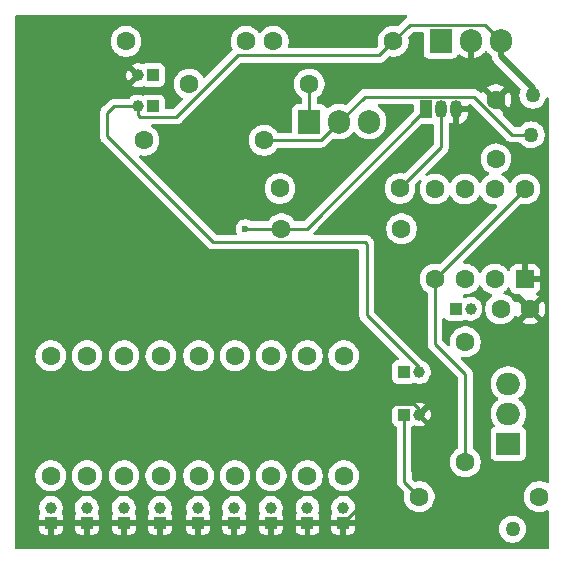
<source format=gbr>
%TF.GenerationSoftware,KiCad,Pcbnew,9.0.2*%
%TF.CreationDate,2025-07-17T21:10:21+02:00*%
%TF.ProjectId,Ligther,4c696774-6865-4722-9e6b-696361645f70,rev?*%
%TF.SameCoordinates,Original*%
%TF.FileFunction,Copper,L2,Bot*%
%TF.FilePolarity,Positive*%
%FSLAX46Y46*%
G04 Gerber Fmt 4.6, Leading zero omitted, Abs format (unit mm)*
G04 Created by KiCad (PCBNEW 9.0.2) date 2025-07-17 21:10:21*
%MOMM*%
%LPD*%
G01*
G04 APERTURE LIST*
G04 Aperture macros list*
%AMRoundRect*
0 Rectangle with rounded corners*
0 $1 Rounding radius*
0 $2 $3 $4 $5 $6 $7 $8 $9 X,Y pos of 4 corners*
0 Add a 4 corners polygon primitive as box body*
4,1,4,$2,$3,$4,$5,$6,$7,$8,$9,$2,$3,0*
0 Add four circle primitives for the rounded corners*
1,1,$1+$1,$2,$3*
1,1,$1+$1,$4,$5*
1,1,$1+$1,$6,$7*
1,1,$1+$1,$8,$9*
0 Add four rect primitives between the rounded corners*
20,1,$1+$1,$2,$3,$4,$5,0*
20,1,$1+$1,$4,$5,$6,$7,0*
20,1,$1+$1,$6,$7,$8,$9,0*
20,1,$1+$1,$8,$9,$2,$3,0*%
G04 Aperture macros list end*
%TA.AperFunction,ComponentPad*%
%ADD10C,1.600000*%
%TD*%
%TA.AperFunction,ComponentPad*%
%ADD11RoundRect,0.250000X0.550000X-0.550000X0.550000X0.550000X-0.550000X0.550000X-0.550000X-0.550000X0*%
%TD*%
%TA.AperFunction,ComponentPad*%
%ADD12O,2.000000X1.905000*%
%TD*%
%TA.AperFunction,ComponentPad*%
%ADD13R,2.000000X1.905000*%
%TD*%
%TA.AperFunction,ComponentPad*%
%ADD14O,1.050000X1.500000*%
%TD*%
%TA.AperFunction,ComponentPad*%
%ADD15R,1.050000X1.500000*%
%TD*%
%TA.AperFunction,ComponentPad*%
%ADD16O,1.905000X2.000000*%
%TD*%
%TA.AperFunction,ComponentPad*%
%ADD17R,1.905000X2.000000*%
%TD*%
%TA.AperFunction,ComponentPad*%
%ADD18C,1.000000*%
%TD*%
%TA.AperFunction,ComponentPad*%
%ADD19R,1.000000X1.000000*%
%TD*%
%TA.AperFunction,ViaPad*%
%ADD20C,1.270000*%
%TD*%
%TA.AperFunction,ViaPad*%
%ADD21C,0.600000*%
%TD*%
%TA.AperFunction,Conductor*%
%ADD22C,0.254000*%
%TD*%
%TA.AperFunction,Conductor*%
%ADD23C,0.508000*%
%TD*%
G04 APERTURE END LIST*
D10*
%TO.P,C2,1*%
%TO.N,Net-(U1-DIS)*%
X118120000Y-45560000D03*
%TO.P,C2,2*%
%TO.N,GNDPWR*%
X118120000Y-40560000D03*
%TD*%
%TO.P,R16,1*%
%TO.N,Net-(JP10-B)*%
X105230000Y-72390000D03*
%TO.P,R16,2*%
%TO.N,Net-(R15-Pad2)*%
X105230000Y-62230000D03*
%TD*%
%TO.P,R15,1*%
%TO.N,Net-(JP8-B)*%
X102170000Y-72390000D03*
%TO.P,R15,2*%
%TO.N,Net-(R15-Pad2)*%
X102170000Y-62230000D03*
%TD*%
%TO.P,R14,1*%
%TO.N,Net-(JP8-B)*%
X99100000Y-72390000D03*
%TO.P,R14,2*%
%TO.N,Net-(R13-Pad2)*%
X99100000Y-62230000D03*
%TD*%
%TO.P,R13,1*%
%TO.N,Net-(JP6-B)*%
X96030000Y-72390000D03*
%TO.P,R13,2*%
%TO.N,Net-(R13-Pad2)*%
X96030000Y-62230000D03*
%TD*%
%TO.P,U1,8,VCC*%
%TO.N,/+6V_Safe*%
X120580000Y-48120000D03*
%TO.P,U1,7,DIS*%
%TO.N,Net-(U1-DIS)*%
X118040000Y-48120000D03*
%TO.P,U1,6,THR*%
X115500000Y-48120000D03*
%TO.P,U1,5,CV*%
%TO.N,Net-(JP1-A)*%
X112960000Y-48120000D03*
%TO.P,U1,4,R*%
%TO.N,/+6V_Safe*%
X112960000Y-55740000D03*
%TO.P,U1,3,Q*%
%TO.N,Net-(U1-Q)*%
X115500000Y-55740000D03*
%TO.P,U1,2,TR*%
%TO.N,Net-(JP1-B)*%
X118040000Y-55740000D03*
D11*
%TO.P,U1,1,GND*%
%TO.N,GNDPWR*%
X120580000Y-55740000D03*
%TD*%
D10*
%TO.P,SW1,2,2*%
%TO.N,Net-(Q2-GATE)*%
X96960000Y-35620000D03*
%TO.P,SW1,1,1*%
%TO.N,+4.5V*%
X86800000Y-35620000D03*
%TD*%
%TO.P,R12,2*%
%TO.N,Net-(R11-Pad2)*%
X92950000Y-62230000D03*
%TO.P,R12,1*%
%TO.N,Net-(JP6-B)*%
X92950000Y-72390000D03*
%TD*%
%TO.P,R11,2*%
%TO.N,Net-(R11-Pad2)*%
X89750000Y-62230000D03*
%TO.P,R11,1*%
%TO.N,Net-(JP4-B)*%
X89750000Y-72390000D03*
%TD*%
%TO.P,R10,2*%
%TO.N,Net-(Q4-G)*%
X121790000Y-74160000D03*
%TO.P,R10,1*%
%TO.N,Net-(JP13-A)*%
X111630000Y-74160000D03*
%TD*%
%TO.P,R9,2*%
%TO.N,Net-(R8-Pad2)*%
X86640000Y-62230000D03*
%TO.P,R9,1*%
%TO.N,Net-(JP4-B)*%
X86640000Y-72390000D03*
%TD*%
%TO.P,R8,2*%
%TO.N,Net-(R8-Pad2)*%
X83500000Y-62230000D03*
%TO.P,R8,1*%
%TO.N,Net-(JP2-B)*%
X83500000Y-72390000D03*
%TD*%
%TO.P,R7,2*%
%TO.N,Net-(U2-Rext)*%
X80430000Y-62230000D03*
%TO.P,R7,1*%
%TO.N,Net-(JP2-B)*%
X80430000Y-72390000D03*
%TD*%
%TO.P,R6,2*%
%TO.N,Net-(D1-A)*%
X110130000Y-51480000D03*
%TO.P,R6,1*%
%TO.N,Net-(Q3-C)*%
X99970000Y-51480000D03*
%TD*%
%TO.P,R5,2*%
%TO.N,+6V*%
X98500000Y-43990000D03*
%TO.P,R5,1*%
%TO.N,Net-(U1-DIS)*%
X88340000Y-43990000D03*
%TD*%
%TO.P,R4,2*%
%TO.N,Net-(Q3-B)*%
X110010000Y-48070000D03*
%TO.P,R4,1*%
%TO.N,Net-(U1-Q)*%
X99850000Y-48070000D03*
%TD*%
%TO.P,R3,2*%
%TO.N,Net-(Q2-GATE)*%
X99280000Y-35610000D03*
%TO.P,R3,1*%
%TO.N,GND*%
X109440000Y-35610000D03*
%TD*%
%TO.P,R2,2*%
%TO.N,Net-(U1-Q)*%
X115540000Y-61050000D03*
%TO.P,R2,1*%
%TO.N,/+6V_Safe*%
X115540000Y-71210000D03*
%TD*%
%TO.P,R1,2*%
%TO.N,Net-(Q1-G)*%
X102320000Y-39220000D03*
%TO.P,R1,1*%
%TO.N,Net-(JP11-A)*%
X92160000Y-39220000D03*
%TD*%
D12*
%TO.P,Q4,3,S*%
%TO.N,Net-(D1-A)*%
X119170000Y-64590000D03*
%TO.P,Q4,2,D*%
%TO.N,+4.5V*%
X119170000Y-67130000D03*
D13*
%TO.P,Q4,1,G*%
%TO.N,Net-(Q4-G)*%
X119170000Y-69670000D03*
%TD*%
D14*
%TO.P,Q3,3,E*%
%TO.N,GNDPWR*%
X114760000Y-41360000D03*
%TO.P,Q3,2,B*%
%TO.N,Net-(Q3-B)*%
X113490000Y-41360000D03*
D15*
%TO.P,Q3,1,C*%
%TO.N,Net-(Q3-C)*%
X112220000Y-41360000D03*
%TD*%
D16*
%TO.P,Q2,3,SOURCE*%
%TO.N,GND*%
X118540000Y-35570000D03*
%TO.P,Q2,2,DRAIN*%
%TO.N,GNDPWR*%
X116000000Y-35570000D03*
D17*
%TO.P,Q2,1,GATE*%
%TO.N,Net-(Q2-GATE)*%
X113460000Y-35570000D03*
%TD*%
D16*
%TO.P,Q1,3,S*%
%TO.N,/+6V_Safe*%
X107400000Y-42420000D03*
%TO.P,Q1,2,D*%
%TO.N,+6V*%
X104860000Y-42420000D03*
D17*
%TO.P,Q1,1,G*%
%TO.N,Net-(Q1-G)*%
X102320000Y-42420000D03*
%TD*%
D18*
%TO.P,JP14,2,B*%
%TO.N,GNDPWR*%
X111610000Y-67210000D03*
D19*
%TO.P,JP14,1,A*%
%TO.N,Net-(JP13-A)*%
X110340000Y-67210000D03*
%TD*%
D18*
%TO.P,JP13,2,B*%
%TO.N,GND*%
X111610000Y-63610000D03*
D19*
%TO.P,JP13,1,A*%
%TO.N,Net-(JP13-A)*%
X110340000Y-63610000D03*
%TD*%
D18*
%TO.P,JP12,2,B*%
%TO.N,GNDPWR*%
X87830000Y-38480000D03*
D19*
%TO.P,JP12,1,A*%
%TO.N,Net-(JP11-A)*%
X89100000Y-38480000D03*
%TD*%
D18*
%TO.P,JP11,2,B*%
%TO.N,GND*%
X87810000Y-41120000D03*
D19*
%TO.P,JP11,1,A*%
%TO.N,Net-(JP11-A)*%
X89080000Y-41120000D03*
%TD*%
D18*
%TO.P,JP10,2,B*%
%TO.N,Net-(JP10-B)*%
X105190000Y-75100000D03*
D19*
%TO.P,JP10,1,A*%
%TO.N,GNDPWR*%
X105190000Y-76370000D03*
%TD*%
D18*
%TO.P,JP9,2,B*%
%TO.N,Net-(JP8-B)*%
X102170000Y-75100000D03*
D19*
%TO.P,JP9,1,A*%
%TO.N,GNDPWR*%
X102170000Y-76370000D03*
%TD*%
D18*
%TO.P,JP8,2,B*%
%TO.N,Net-(JP8-B)*%
X99060000Y-75100000D03*
D19*
%TO.P,JP8,1,A*%
%TO.N,GNDPWR*%
X99060000Y-76370000D03*
%TD*%
D18*
%TO.P,JP7,2,B*%
%TO.N,Net-(JP6-B)*%
X95970000Y-75100000D03*
D19*
%TO.P,JP7,1,A*%
%TO.N,GNDPWR*%
X95970000Y-76370000D03*
%TD*%
D18*
%TO.P,JP6,2,B*%
%TO.N,Net-(JP6-B)*%
X92910000Y-75100000D03*
D19*
%TO.P,JP6,1,A*%
%TO.N,GNDPWR*%
X92910000Y-76370000D03*
%TD*%
D18*
%TO.P,JP5,2,B*%
%TO.N,Net-(JP4-B)*%
X89690000Y-75100000D03*
D19*
%TO.P,JP5,1,A*%
%TO.N,GNDPWR*%
X89690000Y-76370000D03*
%TD*%
D18*
%TO.P,JP4,2,B*%
%TO.N,Net-(JP4-B)*%
X86620000Y-75100000D03*
D19*
%TO.P,JP4,1,A*%
%TO.N,GNDPWR*%
X86620000Y-76370000D03*
%TD*%
D18*
%TO.P,JP3,2,B*%
%TO.N,Net-(JP2-B)*%
X83490000Y-75100000D03*
D19*
%TO.P,JP3,1,A*%
%TO.N,GNDPWR*%
X83490000Y-76370000D03*
%TD*%
D18*
%TO.P,JP2,2,B*%
%TO.N,Net-(JP2-B)*%
X80450000Y-75100000D03*
D19*
%TO.P,JP2,1,A*%
%TO.N,GNDPWR*%
X80450000Y-76370000D03*
%TD*%
D18*
%TO.P,JP1,2,B*%
%TO.N,Net-(JP1-B)*%
X115975000Y-58250000D03*
D19*
%TO.P,JP1,1,A*%
%TO.N,Net-(JP1-A)*%
X114705000Y-58250000D03*
%TD*%
D10*
%TO.P,C1,2*%
%TO.N,GNDPWR*%
X121020000Y-58270000D03*
%TO.P,C1,1*%
%TO.N,Net-(JP1-A)*%
X118520000Y-58270000D03*
%TD*%
D20*
%TO.N,GND*%
X121250000Y-40170000D03*
%TO.N,+4.5V*%
X119530000Y-76910000D03*
D21*
%TO.N,Net-(Q3-C)*%
X96920000Y-51480000D03*
D20*
%TO.N,+6V*%
X121120000Y-43530000D03*
%TD*%
D22*
%TO.N,GND*%
X85770000Y-41120000D02*
X87810000Y-41120000D01*
X94198000Y-52608000D02*
X85210000Y-43620000D01*
X85210000Y-43620000D02*
X85210000Y-41680000D01*
X107067233Y-52608000D02*
X94198000Y-52608000D01*
X85210000Y-41680000D02*
X85770000Y-41120000D01*
X107190000Y-52730767D02*
X107067233Y-52608000D01*
X107190000Y-58804000D02*
X107190000Y-52730767D01*
X111610000Y-63224000D02*
X107190000Y-58804000D01*
X111610000Y-63610000D02*
X111610000Y-63224000D01*
X111520000Y-63610000D02*
X111610000Y-63610000D01*
%TO.N,+6V*%
X119494767Y-43530000D02*
X121120000Y-43530000D01*
X106998000Y-40282000D02*
X116246767Y-40282000D01*
X116246767Y-40282000D02*
X119494767Y-43530000D01*
X104860000Y-42420000D02*
X106998000Y-40282000D01*
D23*
%TO.N,GND*%
X121250000Y-39580000D02*
X121260000Y-39570000D01*
X121260000Y-39570000D02*
X118540000Y-36850000D01*
X118540000Y-36850000D02*
X118540000Y-35570000D01*
X121250000Y-40170000D02*
X121250000Y-39580000D01*
D22*
%TO.N,Net-(JP13-A)*%
X110340000Y-72150000D02*
X110340000Y-67210000D01*
X110370000Y-72180000D02*
X110340000Y-72150000D01*
X110370000Y-72900000D02*
X110370000Y-72180000D01*
X111630000Y-74160000D02*
X110370000Y-72900000D01*
%TO.N,GND*%
X87810000Y-41827106D02*
X87810000Y-41120000D01*
X91049601Y-42002000D02*
X87984894Y-42002000D01*
X96249601Y-36802000D02*
X91049601Y-42002000D01*
X108248000Y-36802000D02*
X96249601Y-36802000D01*
X87984894Y-42002000D02*
X87810000Y-41827106D01*
X109440000Y-35610000D02*
X108248000Y-36802000D01*
X117158000Y-34188000D02*
X118540000Y-35570000D01*
X110862000Y-34188000D02*
X117158000Y-34188000D01*
X109440000Y-35610000D02*
X110862000Y-34188000D01*
%TO.N,Net-(Q1-G)*%
X102320000Y-42420000D02*
X102320000Y-39220000D01*
%TO.N,+6V*%
X98500000Y-43990000D02*
X103290000Y-43990000D01*
X103290000Y-43990000D02*
X104860000Y-42420000D01*
%TO.N,Net-(Q3-C)*%
X112220000Y-41360000D02*
X102100000Y-51480000D01*
X102100000Y-51480000D02*
X99970000Y-51480000D01*
%TO.N,Net-(Q3-B)*%
X113490000Y-44590000D02*
X113490000Y-41360000D01*
X110010000Y-48070000D02*
X113490000Y-44590000D01*
%TO.N,Net-(Q3-C)*%
X96920000Y-51480000D02*
X99970000Y-51480000D01*
%TO.N,/+6V_Safe*%
X120580000Y-48120000D02*
X112960000Y-55740000D01*
%TO.N,GNDPWR*%
X111222000Y-66328000D02*
X111610000Y-66716000D01*
X107950000Y-67836000D02*
X109458000Y-66328000D01*
X111610000Y-66716000D02*
X111610000Y-67210000D01*
X107950000Y-73590000D02*
X107950000Y-67836000D01*
X105190000Y-76350000D02*
X107950000Y-73590000D01*
X109458000Y-66328000D02*
X111222000Y-66328000D01*
%TO.N,/+6V_Safe*%
X112960000Y-61200000D02*
X112960000Y-55740000D01*
X115540000Y-63780000D02*
X112960000Y-61200000D01*
X115540000Y-71210000D02*
X115540000Y-63780000D01*
%TD*%
%TA.AperFunction,Conductor*%
%TO.N,GNDPWR*%
G36*
X110569722Y-33420185D02*
G01*
X110615477Y-33472989D01*
X110625421Y-33542147D01*
X110596396Y-33605703D01*
X110569125Y-33627477D01*
X110569831Y-33628534D01*
X110564769Y-33631916D01*
X110564767Y-33631917D01*
X110527318Y-33656939D01*
X110461989Y-33700590D01*
X109855269Y-34307310D01*
X109793946Y-34340795D01*
X109748190Y-34342102D01*
X109605488Y-34319500D01*
X109542352Y-34309500D01*
X109337648Y-34309500D01*
X109313329Y-34313351D01*
X109135465Y-34341522D01*
X108940776Y-34404781D01*
X108758386Y-34497715D01*
X108592786Y-34618028D01*
X108448028Y-34762786D01*
X108327715Y-34928386D01*
X108234781Y-35110776D01*
X108171522Y-35305465D01*
X108139500Y-35507648D01*
X108139500Y-35712351D01*
X108172102Y-35918191D01*
X108171400Y-35923615D01*
X108173313Y-35928742D01*
X108166970Y-35957897D01*
X108163147Y-35987484D01*
X108159315Y-35993088D01*
X108158461Y-35997015D01*
X108137313Y-36025267D01*
X108024398Y-36138182D01*
X107963078Y-36171666D01*
X107936719Y-36174500D01*
X100634681Y-36174500D01*
X100567642Y-36154815D01*
X100521887Y-36102011D01*
X100511943Y-36032853D01*
X100516750Y-36012182D01*
X100548476Y-35914538D01*
X100548476Y-35914537D01*
X100548477Y-35914534D01*
X100580500Y-35712352D01*
X100580500Y-35507648D01*
X100564740Y-35408146D01*
X100548477Y-35305465D01*
X100488469Y-35120781D01*
X100485220Y-35110781D01*
X100485218Y-35110778D01*
X100485218Y-35110776D01*
X100442547Y-35027031D01*
X100392287Y-34928390D01*
X100362934Y-34887989D01*
X100271971Y-34762786D01*
X100127213Y-34618028D01*
X99961613Y-34497715D01*
X99961612Y-34497714D01*
X99961610Y-34497713D01*
X99904653Y-34468691D01*
X99779223Y-34404781D01*
X99584534Y-34341522D01*
X99409995Y-34313878D01*
X99382352Y-34309500D01*
X99177648Y-34309500D01*
X99153329Y-34313351D01*
X98975465Y-34341522D01*
X98780776Y-34404781D01*
X98598386Y-34497715D01*
X98432786Y-34618028D01*
X98288032Y-34762782D01*
X98288028Y-34762787D01*
X98216685Y-34860983D01*
X98161355Y-34903649D01*
X98091742Y-34909628D01*
X98029947Y-34877022D01*
X98016049Y-34860983D01*
X97951971Y-34772787D01*
X97951967Y-34772782D01*
X97807213Y-34628028D01*
X97641613Y-34507715D01*
X97641612Y-34507714D01*
X97641610Y-34507713D01*
X97584653Y-34478691D01*
X97459223Y-34414781D01*
X97264534Y-34351522D01*
X97089995Y-34323878D01*
X97062352Y-34319500D01*
X96857648Y-34319500D01*
X96833329Y-34323351D01*
X96655465Y-34351522D01*
X96460776Y-34414781D01*
X96278386Y-34507715D01*
X96112786Y-34628028D01*
X95968028Y-34772786D01*
X95847715Y-34938386D01*
X95754781Y-35120776D01*
X95691522Y-35315465D01*
X95659500Y-35517648D01*
X95659500Y-35722351D01*
X95691522Y-35924534D01*
X95724254Y-36025270D01*
X95754780Y-36119219D01*
X95754781Y-36119222D01*
X95754782Y-36119223D01*
X95811827Y-36231181D01*
X95824723Y-36299851D01*
X95798446Y-36364591D01*
X95789023Y-36375157D01*
X93512291Y-38651889D01*
X93450968Y-38685374D01*
X93381276Y-38680390D01*
X93325343Y-38638518D01*
X93314125Y-38620502D01*
X93292721Y-38578495D01*
X93272287Y-38538390D01*
X93272286Y-38538388D01*
X93151971Y-38372786D01*
X93007213Y-38228028D01*
X92841613Y-38107715D01*
X92841612Y-38107714D01*
X92841610Y-38107713D01*
X92784653Y-38078691D01*
X92659223Y-38014781D01*
X92464534Y-37951522D01*
X92289995Y-37923878D01*
X92262352Y-37919500D01*
X92057648Y-37919500D01*
X92033329Y-37923351D01*
X91855465Y-37951522D01*
X91660776Y-38014781D01*
X91478386Y-38107715D01*
X91312786Y-38228028D01*
X91168028Y-38372786D01*
X91047715Y-38538386D01*
X90954781Y-38720776D01*
X90891522Y-38915465D01*
X90859500Y-39117648D01*
X90859500Y-39322351D01*
X90891522Y-39524534D01*
X90954781Y-39719223D01*
X91013303Y-39834076D01*
X91036014Y-39878650D01*
X91047715Y-39901613D01*
X91168028Y-40067213D01*
X91312786Y-40211971D01*
X91478388Y-40332286D01*
X91478390Y-40332287D01*
X91547972Y-40367741D01*
X91560502Y-40374125D01*
X91611299Y-40422099D01*
X91628094Y-40489920D01*
X91605557Y-40556055D01*
X91591889Y-40572291D01*
X90826001Y-41338181D01*
X90764678Y-41371666D01*
X90738320Y-41374500D01*
X90204500Y-41374500D01*
X90137461Y-41354815D01*
X90091706Y-41302011D01*
X90080500Y-41250500D01*
X90080499Y-40572129D01*
X90080498Y-40572123D01*
X90074091Y-40512516D01*
X90023797Y-40377671D01*
X90023793Y-40377664D01*
X89937547Y-40262455D01*
X89937544Y-40262452D01*
X89822335Y-40176206D01*
X89822328Y-40176202D01*
X89687482Y-40125908D01*
X89687483Y-40125908D01*
X89627883Y-40119501D01*
X89627881Y-40119500D01*
X89627873Y-40119500D01*
X89627864Y-40119500D01*
X88532129Y-40119500D01*
X88532123Y-40119501D01*
X88472516Y-40125908D01*
X88337671Y-40176202D01*
X88337670Y-40176203D01*
X88325884Y-40185026D01*
X88260419Y-40209441D01*
X88204124Y-40200318D01*
X88101836Y-40157949D01*
X88101828Y-40157947D01*
X87908543Y-40119500D01*
X87908541Y-40119500D01*
X87711459Y-40119500D01*
X87711457Y-40119500D01*
X87518170Y-40157947D01*
X87518160Y-40157950D01*
X87336092Y-40233364D01*
X87336079Y-40233371D01*
X87172219Y-40342859D01*
X87140954Y-40374125D01*
X87058896Y-40456182D01*
X86997576Y-40489666D01*
X86971217Y-40492500D01*
X85708192Y-40492500D01*
X85586973Y-40516611D01*
X85586973Y-40516612D01*
X85586970Y-40516613D01*
X85586966Y-40516614D01*
X85520070Y-40544323D01*
X85520068Y-40544323D01*
X85472770Y-40563915D01*
X85369989Y-40632590D01*
X85369988Y-40632591D01*
X84943550Y-41059031D01*
X84809992Y-41192589D01*
X84787326Y-41215255D01*
X84722586Y-41279994D01*
X84722585Y-41279996D01*
X84653233Y-41383789D01*
X84651586Y-41388393D01*
X84606614Y-41496964D01*
X84606612Y-41496972D01*
X84583938Y-41610957D01*
X84583939Y-41610958D01*
X84582500Y-41618191D01*
X84582500Y-43681807D01*
X84606612Y-43803028D01*
X84606614Y-43803035D01*
X84631783Y-43863796D01*
X84653917Y-43917233D01*
X84686423Y-43965881D01*
X84689792Y-43970923D01*
X84689793Y-43970925D01*
X84722590Y-44020010D01*
X93797987Y-53095407D01*
X93797991Y-53095410D01*
X93900760Y-53164079D01*
X93900773Y-53164086D01*
X94014960Y-53211383D01*
X94014965Y-53211385D01*
X94014969Y-53211385D01*
X94014970Y-53211386D01*
X94136193Y-53235500D01*
X94136196Y-53235500D01*
X94136197Y-53235500D01*
X106438500Y-53235500D01*
X106505539Y-53255185D01*
X106551294Y-53307989D01*
X106562500Y-53359500D01*
X106562500Y-58865807D01*
X106586612Y-58987027D01*
X106586614Y-58987035D01*
X106620062Y-59067785D01*
X106633915Y-59101230D01*
X106655041Y-59132848D01*
X106657077Y-59135894D01*
X106657570Y-59136632D01*
X106702587Y-59204006D01*
X106702591Y-59204011D01*
X109896400Y-62397819D01*
X109929885Y-62459142D01*
X109924901Y-62528834D01*
X109883029Y-62584767D01*
X109817565Y-62609184D01*
X109808725Y-62609500D01*
X109792132Y-62609500D01*
X109792123Y-62609501D01*
X109732516Y-62615908D01*
X109597671Y-62666202D01*
X109597664Y-62666206D01*
X109482455Y-62752452D01*
X109482452Y-62752455D01*
X109396206Y-62867664D01*
X109396202Y-62867671D01*
X109345908Y-63002517D01*
X109339501Y-63062116D01*
X109339500Y-63062135D01*
X109339500Y-64157870D01*
X109339501Y-64157876D01*
X109345908Y-64217483D01*
X109396202Y-64352328D01*
X109396206Y-64352335D01*
X109482452Y-64467544D01*
X109482455Y-64467547D01*
X109597664Y-64553793D01*
X109597671Y-64553797D01*
X109732517Y-64604091D01*
X109732516Y-64604091D01*
X109739444Y-64604835D01*
X109792127Y-64610500D01*
X110887872Y-64610499D01*
X110947483Y-64604091D01*
X111082331Y-64553796D01*
X111094110Y-64544977D01*
X111159570Y-64520558D01*
X111215872Y-64529680D01*
X111318165Y-64572051D01*
X111318169Y-64572051D01*
X111318170Y-64572052D01*
X111511456Y-64610500D01*
X111511459Y-64610500D01*
X111708543Y-64610500D01*
X111838582Y-64584632D01*
X111901835Y-64572051D01*
X112083914Y-64496632D01*
X112247782Y-64387139D01*
X112387139Y-64247782D01*
X112496632Y-64083914D01*
X112572051Y-63901835D01*
X112586646Y-63828461D01*
X112610500Y-63708543D01*
X112610500Y-63511456D01*
X112572052Y-63318170D01*
X112572051Y-63318169D01*
X112572051Y-63318165D01*
X112541104Y-63243452D01*
X112496635Y-63136092D01*
X112496628Y-63136079D01*
X112387139Y-62972218D01*
X112387136Y-62972214D01*
X112247785Y-62832863D01*
X112247781Y-62832860D01*
X112083920Y-62723371D01*
X112083911Y-62723366D01*
X111957965Y-62671198D01*
X111917737Y-62644318D01*
X107853819Y-58580400D01*
X107820334Y-58519077D01*
X107817500Y-58492719D01*
X107817500Y-52668961D01*
X107812949Y-52646088D01*
X107802248Y-52592287D01*
X107793386Y-52547733D01*
X107746980Y-52435701D01*
X107746391Y-52433994D01*
X107677414Y-52330763D01*
X107677413Y-52330761D01*
X107673865Y-52327213D01*
X107590008Y-52243356D01*
X107467241Y-52120589D01*
X107439105Y-52101789D01*
X107430971Y-52096354D01*
X107430970Y-52096353D01*
X107364471Y-52051920D01*
X107364468Y-52051918D01*
X107364466Y-52051917D01*
X107326239Y-52036083D01*
X107250268Y-52004614D01*
X107250260Y-52004612D01*
X107129040Y-51980500D01*
X107129036Y-51980500D01*
X102786281Y-51980500D01*
X102719242Y-51960815D01*
X102673487Y-51908011D01*
X102663543Y-51838853D01*
X102692568Y-51775297D01*
X102698600Y-51768819D01*
X103089771Y-51377648D01*
X108829500Y-51377648D01*
X108829500Y-51582351D01*
X108861522Y-51784534D01*
X108924781Y-51979223D01*
X109017715Y-52161613D01*
X109138028Y-52327213D01*
X109282786Y-52471971D01*
X109387066Y-52547733D01*
X109448390Y-52592287D01*
X109564607Y-52651503D01*
X109630776Y-52685218D01*
X109630778Y-52685218D01*
X109630781Y-52685220D01*
X109735137Y-52719127D01*
X109825465Y-52748477D01*
X109926557Y-52764488D01*
X110027648Y-52780500D01*
X110027649Y-52780500D01*
X110232351Y-52780500D01*
X110232352Y-52780500D01*
X110434534Y-52748477D01*
X110629219Y-52685220D01*
X110811610Y-52592287D01*
X110904590Y-52524732D01*
X110977213Y-52471971D01*
X110977215Y-52471968D01*
X110977219Y-52471966D01*
X111121966Y-52327219D01*
X111121968Y-52327215D01*
X111121971Y-52327213D01*
X111181663Y-52245053D01*
X111242287Y-52161610D01*
X111335220Y-51979219D01*
X111398477Y-51784534D01*
X111430500Y-51582352D01*
X111430500Y-51377648D01*
X111415841Y-51285095D01*
X111398477Y-51175465D01*
X111335218Y-50980776D01*
X111272767Y-50858211D01*
X111242287Y-50798390D01*
X111222098Y-50770602D01*
X111121971Y-50632786D01*
X110977213Y-50488028D01*
X110811613Y-50367715D01*
X110811612Y-50367714D01*
X110811610Y-50367713D01*
X110754653Y-50338691D01*
X110629223Y-50274781D01*
X110434534Y-50211522D01*
X110259995Y-50183878D01*
X110232352Y-50179500D01*
X110027648Y-50179500D01*
X110003329Y-50183351D01*
X109825465Y-50211522D01*
X109630776Y-50274781D01*
X109448386Y-50367715D01*
X109282786Y-50488028D01*
X109138028Y-50632786D01*
X109017715Y-50798386D01*
X108924781Y-50980776D01*
X108861522Y-51175465D01*
X108829500Y-51377648D01*
X103089771Y-51377648D01*
X103182324Y-51285095D01*
X111820600Y-42646818D01*
X111881923Y-42613333D01*
X111908281Y-42610499D01*
X112738500Y-42610499D01*
X112805539Y-42630184D01*
X112851294Y-42682988D01*
X112862500Y-42734499D01*
X112862500Y-44278718D01*
X112842815Y-44345757D01*
X112826181Y-44366399D01*
X110425269Y-46767310D01*
X110363946Y-46800795D01*
X110318190Y-46802102D01*
X110211337Y-46785178D01*
X110112352Y-46769500D01*
X109907648Y-46769500D01*
X109883329Y-46773351D01*
X109705465Y-46801522D01*
X109510776Y-46864781D01*
X109328386Y-46957715D01*
X109162786Y-47078028D01*
X109018028Y-47222786D01*
X108897715Y-47388386D01*
X108804781Y-47570776D01*
X108741522Y-47765465D01*
X108709500Y-47967648D01*
X108709500Y-48172351D01*
X108741522Y-48374534D01*
X108804781Y-48569223D01*
X108897715Y-48751613D01*
X109018028Y-48917213D01*
X109162786Y-49061971D01*
X109317749Y-49174556D01*
X109328390Y-49182287D01*
X109444607Y-49241503D01*
X109510776Y-49275218D01*
X109510778Y-49275218D01*
X109510781Y-49275220D01*
X109615137Y-49309127D01*
X109705465Y-49338477D01*
X109779348Y-49350179D01*
X109907648Y-49370500D01*
X109907649Y-49370500D01*
X110112351Y-49370500D01*
X110112352Y-49370500D01*
X110314534Y-49338477D01*
X110509219Y-49275220D01*
X110691610Y-49182287D01*
X110784590Y-49114732D01*
X110857213Y-49061971D01*
X110857215Y-49061968D01*
X110857219Y-49061966D01*
X111001966Y-48917219D01*
X111001968Y-48917215D01*
X111001971Y-48917213D01*
X111085960Y-48801610D01*
X111122287Y-48751610D01*
X111215220Y-48569219D01*
X111278477Y-48374534D01*
X111310500Y-48172352D01*
X111310500Y-47967648D01*
X111278477Y-47765466D01*
X111278476Y-47765463D01*
X111277897Y-47761807D01*
X111286851Y-47692514D01*
X111312686Y-47654731D01*
X111625180Y-47342237D01*
X111686501Y-47308754D01*
X111756193Y-47313738D01*
X111812126Y-47355610D01*
X111836543Y-47421074D01*
X111823344Y-47486214D01*
X111754782Y-47620773D01*
X111691522Y-47815465D01*
X111659500Y-48017648D01*
X111659500Y-48222351D01*
X111691522Y-48424534D01*
X111754781Y-48619223D01*
X111847715Y-48801613D01*
X111968028Y-48967213D01*
X112112786Y-49111971D01*
X112209566Y-49182284D01*
X112278390Y-49232287D01*
X112362647Y-49275218D01*
X112460776Y-49325218D01*
X112460778Y-49325218D01*
X112460781Y-49325220D01*
X112537597Y-49350179D01*
X112655465Y-49388477D01*
X112756557Y-49404488D01*
X112857648Y-49420500D01*
X112857649Y-49420500D01*
X113062351Y-49420500D01*
X113062352Y-49420500D01*
X113264534Y-49388477D01*
X113459219Y-49325220D01*
X113641610Y-49232287D01*
X113734590Y-49164732D01*
X113807213Y-49111971D01*
X113807215Y-49111968D01*
X113807219Y-49111966D01*
X113951966Y-48967219D01*
X113951968Y-48967215D01*
X113951971Y-48967213D01*
X114072284Y-48801614D01*
X114072285Y-48801613D01*
X114072287Y-48801610D01*
X114119516Y-48708917D01*
X114167489Y-48658123D01*
X114235310Y-48641328D01*
X114301445Y-48663865D01*
X114340485Y-48708919D01*
X114387715Y-48801614D01*
X114508028Y-48967213D01*
X114652786Y-49111971D01*
X114749566Y-49182284D01*
X114818390Y-49232287D01*
X114902647Y-49275218D01*
X115000776Y-49325218D01*
X115000778Y-49325218D01*
X115000781Y-49325220D01*
X115077597Y-49350179D01*
X115195465Y-49388477D01*
X115296557Y-49404488D01*
X115397648Y-49420500D01*
X115397649Y-49420500D01*
X115602351Y-49420500D01*
X115602352Y-49420500D01*
X115804534Y-49388477D01*
X115999219Y-49325220D01*
X116181610Y-49232287D01*
X116274590Y-49164732D01*
X116347213Y-49111971D01*
X116347215Y-49111968D01*
X116347219Y-49111966D01*
X116491966Y-48967219D01*
X116491968Y-48967215D01*
X116491971Y-48967213D01*
X116612284Y-48801614D01*
X116612285Y-48801613D01*
X116612287Y-48801610D01*
X116659516Y-48708917D01*
X116707489Y-48658123D01*
X116775310Y-48641328D01*
X116841445Y-48663865D01*
X116880485Y-48708919D01*
X116927715Y-48801614D01*
X117048028Y-48967213D01*
X117192786Y-49111971D01*
X117289566Y-49182284D01*
X117358390Y-49232287D01*
X117442647Y-49275218D01*
X117540776Y-49325218D01*
X117540778Y-49325218D01*
X117540781Y-49325220D01*
X117617597Y-49350179D01*
X117735465Y-49388477D01*
X117836557Y-49404488D01*
X117937648Y-49420500D01*
X117937649Y-49420500D01*
X118092718Y-49420500D01*
X118159757Y-49440185D01*
X118205512Y-49492989D01*
X118215456Y-49562147D01*
X118186431Y-49625703D01*
X118180399Y-49632181D01*
X113375269Y-54437310D01*
X113313946Y-54470795D01*
X113268190Y-54472102D01*
X113131764Y-54450494D01*
X113062352Y-54439500D01*
X112857648Y-54439500D01*
X112833329Y-54443351D01*
X112655465Y-54471522D01*
X112460776Y-54534781D01*
X112278386Y-54627715D01*
X112112786Y-54748028D01*
X111968028Y-54892786D01*
X111847715Y-55058386D01*
X111754781Y-55240776D01*
X111691522Y-55435465D01*
X111659500Y-55637648D01*
X111659500Y-55842351D01*
X111691522Y-56044534D01*
X111754781Y-56239223D01*
X111847715Y-56421613D01*
X111968028Y-56587213D01*
X112112784Y-56731969D01*
X112179572Y-56780492D01*
X112278390Y-56852287D01*
X112278395Y-56852289D01*
X112281384Y-56854461D01*
X112324051Y-56909791D01*
X112332500Y-56954780D01*
X112332500Y-61261807D01*
X112356612Y-61383027D01*
X112356615Y-61383039D01*
X112376891Y-61431988D01*
X112403915Y-61497229D01*
X112403917Y-61497233D01*
X112438099Y-61548390D01*
X112438100Y-61548391D01*
X112472590Y-61600010D01*
X112472591Y-61600011D01*
X114876181Y-64003600D01*
X114909666Y-64064923D01*
X114912500Y-64091281D01*
X114912500Y-69995218D01*
X114892815Y-70062257D01*
X114861385Y-70095536D01*
X114692787Y-70218028D01*
X114692782Y-70218032D01*
X114548028Y-70362786D01*
X114427715Y-70528386D01*
X114334781Y-70710776D01*
X114271522Y-70905465D01*
X114239500Y-71107648D01*
X114239500Y-71312351D01*
X114271522Y-71514534D01*
X114334781Y-71709223D01*
X114398691Y-71834653D01*
X114427288Y-71890776D01*
X114427715Y-71891613D01*
X114548028Y-72057213D01*
X114692786Y-72201971D01*
X114810713Y-72287648D01*
X114858390Y-72322287D01*
X114953667Y-72370833D01*
X115040776Y-72415218D01*
X115040778Y-72415218D01*
X115040781Y-72415220D01*
X115145137Y-72449127D01*
X115235465Y-72478477D01*
X115323068Y-72492352D01*
X115437648Y-72510500D01*
X115437649Y-72510500D01*
X115642351Y-72510500D01*
X115642352Y-72510500D01*
X115844534Y-72478477D01*
X116039219Y-72415220D01*
X116221610Y-72322287D01*
X116314590Y-72254732D01*
X116387213Y-72201971D01*
X116387215Y-72201968D01*
X116387219Y-72201966D01*
X116531966Y-72057219D01*
X116531968Y-72057215D01*
X116531971Y-72057213D01*
X116603202Y-71959170D01*
X116652287Y-71891610D01*
X116745220Y-71709219D01*
X116808477Y-71514534D01*
X116840500Y-71312352D01*
X116840500Y-71107648D01*
X116808477Y-70905466D01*
X116745220Y-70710781D01*
X116745218Y-70710778D01*
X116745218Y-70710776D01*
X116711503Y-70644607D01*
X116652287Y-70528390D01*
X116644556Y-70517749D01*
X116531971Y-70362786D01*
X116387217Y-70218032D01*
X116387212Y-70218028D01*
X116218615Y-70095536D01*
X116175949Y-70040207D01*
X116167500Y-69995218D01*
X116167500Y-64475646D01*
X117669500Y-64475646D01*
X117669500Y-64704353D01*
X117705278Y-64930246D01*
X117705278Y-64930249D01*
X117775950Y-65147755D01*
X117775952Y-65147758D01*
X117879783Y-65351538D01*
X118014214Y-65536566D01*
X118175934Y-65698286D01*
X118245423Y-65748773D01*
X118260438Y-65759682D01*
X118303103Y-65815013D01*
X118309082Y-65884626D01*
X118276476Y-65946421D01*
X118260438Y-65960318D01*
X118175932Y-66021715D01*
X118014216Y-66183431D01*
X118014216Y-66183432D01*
X118014214Y-66183434D01*
X117966994Y-66248427D01*
X117879783Y-66368461D01*
X117775950Y-66572244D01*
X117705278Y-66789750D01*
X117705278Y-66789753D01*
X117669500Y-67015646D01*
X117669500Y-67244353D01*
X117705278Y-67470246D01*
X117705278Y-67470249D01*
X117775950Y-67687755D01*
X117811676Y-67757870D01*
X117879783Y-67891538D01*
X118012525Y-68074242D01*
X118036005Y-68140046D01*
X118020180Y-68208100D01*
X117970074Y-68256795D01*
X117955541Y-68263308D01*
X117927670Y-68273703D01*
X117927664Y-68273706D01*
X117812455Y-68359952D01*
X117812452Y-68359955D01*
X117726206Y-68475164D01*
X117726202Y-68475171D01*
X117675908Y-68610017D01*
X117669501Y-68669616D01*
X117669501Y-68669623D01*
X117669500Y-68669635D01*
X117669500Y-70670370D01*
X117669501Y-70670376D01*
X117675908Y-70729983D01*
X117726202Y-70864828D01*
X117726206Y-70864835D01*
X117812452Y-70980044D01*
X117812455Y-70980047D01*
X117927664Y-71066293D01*
X117927671Y-71066297D01*
X118062517Y-71116591D01*
X118062516Y-71116591D01*
X118069444Y-71117335D01*
X118122127Y-71123000D01*
X120217872Y-71122999D01*
X120277483Y-71116591D01*
X120412331Y-71066296D01*
X120527546Y-70980046D01*
X120613796Y-70864831D01*
X120664091Y-70729983D01*
X120670500Y-70670373D01*
X120670499Y-68669628D01*
X120664091Y-68610017D01*
X120613796Y-68475169D01*
X120613795Y-68475168D01*
X120613793Y-68475164D01*
X120527547Y-68359955D01*
X120527544Y-68359952D01*
X120412335Y-68273706D01*
X120412328Y-68273702D01*
X120384459Y-68263308D01*
X120328525Y-68221437D01*
X120304108Y-68155973D01*
X120318960Y-68087700D01*
X120327460Y-68074260D01*
X120460217Y-67891538D01*
X120564048Y-67687758D01*
X120624508Y-67501681D01*
X120634721Y-67470249D01*
X120634721Y-67470248D01*
X120634722Y-67470245D01*
X120670500Y-67244354D01*
X120670500Y-67015646D01*
X120634722Y-66789755D01*
X120634721Y-66789751D01*
X120634721Y-66789750D01*
X120564049Y-66572244D01*
X120460216Y-66368461D01*
X120444933Y-66347426D01*
X120325786Y-66183434D01*
X120164066Y-66021714D01*
X120079559Y-65960316D01*
X120036896Y-65904988D01*
X120030917Y-65835375D01*
X120063523Y-65773580D01*
X120079556Y-65759685D01*
X120164066Y-65698286D01*
X120325786Y-65536566D01*
X120460217Y-65351538D01*
X120564048Y-65147758D01*
X120634722Y-64930245D01*
X120670500Y-64704354D01*
X120670500Y-64475646D01*
X120634722Y-64249755D01*
X120634721Y-64249751D01*
X120634721Y-64249750D01*
X120564049Y-64032244D01*
X120460216Y-63828461D01*
X120325786Y-63643434D01*
X120164066Y-63481714D01*
X119979038Y-63347283D01*
X119969227Y-63342284D01*
X119775255Y-63243450D01*
X119557748Y-63172778D01*
X119388326Y-63145944D01*
X119331854Y-63137000D01*
X119008146Y-63137000D01*
X118932849Y-63148926D01*
X118782253Y-63172778D01*
X118782250Y-63172778D01*
X118564744Y-63243450D01*
X118360961Y-63347283D01*
X118255396Y-63423980D01*
X118175934Y-63481714D01*
X118175932Y-63481716D01*
X118175931Y-63481716D01*
X118014216Y-63643431D01*
X118014216Y-63643432D01*
X118014214Y-63643434D01*
X117959897Y-63718195D01*
X117879783Y-63828461D01*
X117775950Y-64032244D01*
X117705278Y-64249750D01*
X117705278Y-64249753D01*
X117669500Y-64475646D01*
X116167500Y-64475646D01*
X116167500Y-63718196D01*
X116167499Y-63718195D01*
X116162151Y-63691305D01*
X116143386Y-63596965D01*
X116109937Y-63516215D01*
X116096083Y-63482767D01*
X116027414Y-63379996D01*
X116027413Y-63379994D01*
X115989703Y-63342284D01*
X115940008Y-63292589D01*
X115185019Y-62537600D01*
X115151534Y-62476277D01*
X115156518Y-62406585D01*
X115198390Y-62350652D01*
X115263854Y-62326235D01*
X115292090Y-62327445D01*
X115437648Y-62350500D01*
X115437650Y-62350500D01*
X115642351Y-62350500D01*
X115642352Y-62350500D01*
X115844534Y-62318477D01*
X116039219Y-62255220D01*
X116221610Y-62162287D01*
X116314590Y-62094732D01*
X116387213Y-62041971D01*
X116387215Y-62041968D01*
X116387219Y-62041966D01*
X116531966Y-61897219D01*
X116531968Y-61897215D01*
X116531971Y-61897213D01*
X116584732Y-61824590D01*
X116652287Y-61731610D01*
X116745220Y-61549219D01*
X116808477Y-61354534D01*
X116840500Y-61152352D01*
X116840500Y-60947648D01*
X116808477Y-60745466D01*
X116745220Y-60550781D01*
X116745218Y-60550778D01*
X116745218Y-60550776D01*
X116711503Y-60484607D01*
X116652287Y-60368390D01*
X116644556Y-60357749D01*
X116531971Y-60202786D01*
X116387213Y-60058028D01*
X116221613Y-59937715D01*
X116221612Y-59937714D01*
X116221610Y-59937713D01*
X116164653Y-59908691D01*
X116039223Y-59844781D01*
X115844534Y-59781522D01*
X115669995Y-59753878D01*
X115642352Y-59749500D01*
X115437648Y-59749500D01*
X115413329Y-59753351D01*
X115235465Y-59781522D01*
X115040776Y-59844781D01*
X114858386Y-59937715D01*
X114692786Y-60058028D01*
X114548028Y-60202786D01*
X114427715Y-60368386D01*
X114334781Y-60550776D01*
X114271522Y-60745465D01*
X114239500Y-60947648D01*
X114239500Y-61152351D01*
X114262553Y-61297901D01*
X114253598Y-61367194D01*
X114208602Y-61420646D01*
X114141851Y-61441286D01*
X114074537Y-61422561D01*
X114052399Y-61404980D01*
X113623819Y-60976400D01*
X113590334Y-60915077D01*
X113587500Y-60888719D01*
X113587500Y-59132848D01*
X113607185Y-59065809D01*
X113659989Y-59020054D01*
X113729147Y-59010110D01*
X113792703Y-59039135D01*
X113810761Y-59058530D01*
X113847454Y-59107546D01*
X113847455Y-59107546D01*
X113847456Y-59107548D01*
X113962664Y-59193793D01*
X113962671Y-59193797D01*
X114097517Y-59244091D01*
X114097516Y-59244091D01*
X114104444Y-59244835D01*
X114157127Y-59250500D01*
X115252872Y-59250499D01*
X115312483Y-59244091D01*
X115447331Y-59193796D01*
X115459110Y-59184977D01*
X115524570Y-59160558D01*
X115580872Y-59169680D01*
X115683165Y-59212051D01*
X115683169Y-59212051D01*
X115683170Y-59212052D01*
X115876456Y-59250500D01*
X115876459Y-59250500D01*
X116073543Y-59250500D01*
X116203582Y-59224632D01*
X116266835Y-59212051D01*
X116448914Y-59136632D01*
X116450019Y-59135894D01*
X116454577Y-59132848D01*
X116612782Y-59027139D01*
X116752139Y-58887782D01*
X116861632Y-58723914D01*
X116937051Y-58541835D01*
X116975500Y-58348541D01*
X116975500Y-58151459D01*
X116968368Y-58115606D01*
X116937052Y-57958170D01*
X116937051Y-57958169D01*
X116937051Y-57958165D01*
X116900532Y-57870000D01*
X116861635Y-57776092D01*
X116861628Y-57776079D01*
X116752139Y-57612218D01*
X116752136Y-57612214D01*
X116612785Y-57472863D01*
X116612781Y-57472860D01*
X116448920Y-57363371D01*
X116448907Y-57363364D01*
X116266839Y-57287950D01*
X116266829Y-57287947D01*
X116073543Y-57249500D01*
X116073541Y-57249500D01*
X115876459Y-57249500D01*
X115876457Y-57249500D01*
X115683171Y-57287947D01*
X115683168Y-57287948D01*
X115683166Y-57287948D01*
X115683165Y-57287949D01*
X115683163Y-57287950D01*
X115580874Y-57330318D01*
X115511404Y-57337785D01*
X115481510Y-57328366D01*
X115469603Y-57322877D01*
X115447331Y-57306204D01*
X115374553Y-57279059D01*
X115370324Y-57277110D01*
X115347366Y-57257074D01*
X115322970Y-57238811D01*
X115321294Y-57234319D01*
X115317684Y-57231168D01*
X115309204Y-57201903D01*
X115298553Y-57173347D01*
X115299572Y-57168662D01*
X115298238Y-57164059D01*
X115306927Y-57134849D01*
X115313405Y-57105074D01*
X115316794Y-57101684D01*
X115318161Y-57097090D01*
X115341264Y-57077213D01*
X115362810Y-57055668D01*
X115367784Y-57054398D01*
X115371127Y-57051523D01*
X115388696Y-57049060D01*
X115422237Y-57040500D01*
X115602351Y-57040500D01*
X115602352Y-57040500D01*
X115804534Y-57008477D01*
X115999219Y-56945220D01*
X116181610Y-56852287D01*
X116274590Y-56784732D01*
X116347213Y-56731971D01*
X116347215Y-56731968D01*
X116347219Y-56731966D01*
X116491966Y-56587219D01*
X116491968Y-56587215D01*
X116491971Y-56587213D01*
X116612284Y-56421614D01*
X116612285Y-56421613D01*
X116612287Y-56421610D01*
X116659516Y-56328917D01*
X116707489Y-56278123D01*
X116775310Y-56261328D01*
X116841445Y-56283865D01*
X116880483Y-56328917D01*
X116924348Y-56415006D01*
X116927715Y-56421614D01*
X117048028Y-56587213D01*
X117192786Y-56731971D01*
X117334402Y-56834859D01*
X117358390Y-56852287D01*
X117540781Y-56945220D01*
X117717062Y-57002497D01*
X117774738Y-57041935D01*
X117801936Y-57106293D01*
X117790021Y-57175140D01*
X117751630Y-57220746D01*
X117672782Y-57278032D01*
X117528028Y-57422786D01*
X117407715Y-57588386D01*
X117314781Y-57770776D01*
X117251522Y-57965465D01*
X117222604Y-58148044D01*
X117222603Y-58148050D01*
X117219500Y-58167648D01*
X117219500Y-58372352D01*
X117219785Y-58374151D01*
X117251522Y-58574534D01*
X117314781Y-58769223D01*
X117357248Y-58852567D01*
X117407585Y-58951359D01*
X117407715Y-58951613D01*
X117528028Y-59117213D01*
X117672786Y-59261971D01*
X117793226Y-59349474D01*
X117838390Y-59382287D01*
X117954607Y-59441503D01*
X118020776Y-59475218D01*
X118020778Y-59475218D01*
X118020781Y-59475220D01*
X118125137Y-59509127D01*
X118215465Y-59538477D01*
X118316557Y-59554488D01*
X118417648Y-59570500D01*
X118417649Y-59570500D01*
X118622351Y-59570500D01*
X118622352Y-59570500D01*
X118824534Y-59538477D01*
X119019219Y-59475220D01*
X119201610Y-59382287D01*
X119294590Y-59314732D01*
X119367213Y-59261971D01*
X119367215Y-59261968D01*
X119367219Y-59261966D01*
X119511966Y-59117219D01*
X119511968Y-59117215D01*
X119511971Y-59117213D01*
X119632286Y-58951611D01*
X119632415Y-58951359D01*
X119659795Y-58897621D01*
X119707769Y-58846826D01*
X119775589Y-58830030D01*
X119841725Y-58852567D01*
X119880765Y-58897621D01*
X119908141Y-58951350D01*
X119908147Y-58951359D01*
X119940523Y-58995921D01*
X119940524Y-58995922D01*
X120620000Y-58316446D01*
X120620000Y-58322661D01*
X120647259Y-58424394D01*
X120699920Y-58515606D01*
X120774394Y-58590080D01*
X120865606Y-58642741D01*
X120967339Y-58670000D01*
X120973553Y-58670000D01*
X120294076Y-59349474D01*
X120338650Y-59381859D01*
X120520968Y-59474755D01*
X120715582Y-59537990D01*
X120917683Y-59570000D01*
X121122317Y-59570000D01*
X121324417Y-59537990D01*
X121519031Y-59474755D01*
X121701349Y-59381859D01*
X121745921Y-59349474D01*
X121066447Y-58670000D01*
X121072661Y-58670000D01*
X121174394Y-58642741D01*
X121265606Y-58590080D01*
X121340080Y-58515606D01*
X121392741Y-58424394D01*
X121420000Y-58322661D01*
X121420000Y-58316447D01*
X122099474Y-58995921D01*
X122131859Y-58951349D01*
X122224755Y-58769031D01*
X122287990Y-58574417D01*
X122320000Y-58372317D01*
X122320000Y-58167682D01*
X122287990Y-57965582D01*
X122224755Y-57770968D01*
X122131859Y-57588650D01*
X122099474Y-57544077D01*
X122099474Y-57544076D01*
X121420000Y-58223551D01*
X121420000Y-58217339D01*
X121392741Y-58115606D01*
X121340080Y-58024394D01*
X121265606Y-57949920D01*
X121174394Y-57897259D01*
X121072661Y-57870000D01*
X121066446Y-57870000D01*
X121745922Y-57190524D01*
X121745921Y-57190523D01*
X121701359Y-57158147D01*
X121701350Y-57158141D01*
X121596668Y-57104803D01*
X121545872Y-57056828D01*
X121529077Y-56989007D01*
X121551614Y-56922873D01*
X121587868Y-56888778D01*
X121598345Y-56882315D01*
X121722315Y-56758345D01*
X121814356Y-56609124D01*
X121814358Y-56609119D01*
X121869505Y-56442697D01*
X121869506Y-56442690D01*
X121879999Y-56339986D01*
X121880000Y-56339973D01*
X121880000Y-55990000D01*
X120895686Y-55990000D01*
X120900080Y-55985606D01*
X120952741Y-55894394D01*
X120980000Y-55792661D01*
X120980000Y-55687339D01*
X120952741Y-55585606D01*
X120900080Y-55494394D01*
X120895686Y-55490000D01*
X121879999Y-55490000D01*
X121879999Y-55140028D01*
X121879998Y-55140013D01*
X121869505Y-55037302D01*
X121814358Y-54870880D01*
X121814356Y-54870875D01*
X121722315Y-54721654D01*
X121598345Y-54597684D01*
X121449124Y-54505643D01*
X121449119Y-54505641D01*
X121282697Y-54450494D01*
X121282690Y-54450493D01*
X121179986Y-54440000D01*
X120830000Y-54440000D01*
X120830000Y-55424314D01*
X120825606Y-55419920D01*
X120734394Y-55367259D01*
X120632661Y-55340000D01*
X120527339Y-55340000D01*
X120425606Y-55367259D01*
X120334394Y-55419920D01*
X120330000Y-55424314D01*
X120330000Y-54440000D01*
X119980028Y-54440000D01*
X119980012Y-54440001D01*
X119877302Y-54450494D01*
X119710880Y-54505641D01*
X119710875Y-54505643D01*
X119561654Y-54597684D01*
X119437684Y-54721654D01*
X119345643Y-54870875D01*
X119345641Y-54870880D01*
X119318407Y-54953068D01*
X119278634Y-55010513D01*
X119214118Y-55037336D01*
X119145342Y-55025021D01*
X119100382Y-54986949D01*
X119075766Y-54953068D01*
X119031966Y-54892781D01*
X118887219Y-54748034D01*
X118887213Y-54748028D01*
X118721613Y-54627715D01*
X118721612Y-54627714D01*
X118721610Y-54627713D01*
X118662675Y-54597684D01*
X118539223Y-54534781D01*
X118344534Y-54471522D01*
X118169995Y-54443878D01*
X118142352Y-54439500D01*
X117937648Y-54439500D01*
X117913329Y-54443351D01*
X117735465Y-54471522D01*
X117540776Y-54534781D01*
X117358386Y-54627715D01*
X117192786Y-54748028D01*
X117048028Y-54892786D01*
X116927715Y-55058386D01*
X116880485Y-55151080D01*
X116832510Y-55201876D01*
X116764689Y-55218671D01*
X116698554Y-55196134D01*
X116659515Y-55151080D01*
X116653876Y-55140013D01*
X116612287Y-55058390D01*
X116604556Y-55047749D01*
X116491971Y-54892786D01*
X116347213Y-54748028D01*
X116181613Y-54627715D01*
X116181612Y-54627714D01*
X116181610Y-54627713D01*
X116122675Y-54597684D01*
X115999223Y-54534781D01*
X115804534Y-54471522D01*
X115629995Y-54443878D01*
X115602352Y-54439500D01*
X115447280Y-54439500D01*
X115380241Y-54419815D01*
X115334486Y-54367011D01*
X115324542Y-54297853D01*
X115353567Y-54234297D01*
X115359599Y-54227819D01*
X117748565Y-51838853D01*
X120164730Y-49422687D01*
X120226051Y-49389204D01*
X120271807Y-49387897D01*
X120275463Y-49388476D01*
X120275466Y-49388477D01*
X120477648Y-49420500D01*
X120477649Y-49420500D01*
X120682351Y-49420500D01*
X120682352Y-49420500D01*
X120884534Y-49388477D01*
X121079219Y-49325220D01*
X121261610Y-49232287D01*
X121354590Y-49164732D01*
X121427213Y-49111971D01*
X121427215Y-49111968D01*
X121427219Y-49111966D01*
X121571966Y-48967219D01*
X121571968Y-48967215D01*
X121571971Y-48967213D01*
X121624732Y-48894590D01*
X121692287Y-48801610D01*
X121785220Y-48619219D01*
X121848477Y-48424534D01*
X121880500Y-48222352D01*
X121880500Y-48017648D01*
X121848477Y-47815466D01*
X121785220Y-47620781D01*
X121785218Y-47620778D01*
X121785218Y-47620776D01*
X121739515Y-47531080D01*
X121692287Y-47438390D01*
X121679706Y-47421074D01*
X121571971Y-47272786D01*
X121427213Y-47128028D01*
X121261613Y-47007715D01*
X121261612Y-47007714D01*
X121261610Y-47007713D01*
X121163480Y-46957713D01*
X121079223Y-46914781D01*
X120884534Y-46851522D01*
X120687333Y-46820289D01*
X120682352Y-46819500D01*
X120477648Y-46819500D01*
X120472667Y-46820289D01*
X120275465Y-46851522D01*
X120080776Y-46914781D01*
X119898386Y-47007715D01*
X119732786Y-47128028D01*
X119588028Y-47272786D01*
X119467715Y-47438386D01*
X119420485Y-47531080D01*
X119372510Y-47581876D01*
X119304689Y-47598671D01*
X119238554Y-47576134D01*
X119199515Y-47531080D01*
X119198883Y-47529840D01*
X119152287Y-47438390D01*
X119139706Y-47421074D01*
X119031971Y-47272786D01*
X118887213Y-47128028D01*
X118721614Y-47007715D01*
X118673783Y-46983344D01*
X118649292Y-46970865D01*
X118598497Y-46922892D01*
X118581702Y-46855071D01*
X118604239Y-46788936D01*
X118649291Y-46749897D01*
X118801610Y-46672287D01*
X118822770Y-46656913D01*
X118967213Y-46551971D01*
X118967215Y-46551968D01*
X118967219Y-46551966D01*
X119111966Y-46407219D01*
X119111968Y-46407215D01*
X119111971Y-46407213D01*
X119164732Y-46334590D01*
X119232287Y-46241610D01*
X119325220Y-46059219D01*
X119388477Y-45864534D01*
X119420500Y-45662352D01*
X119420500Y-45457648D01*
X119393156Y-45285007D01*
X119388477Y-45255465D01*
X119325218Y-45060776D01*
X119285061Y-44981965D01*
X119232287Y-44878390D01*
X119202375Y-44837219D01*
X119111971Y-44712786D01*
X118967213Y-44568028D01*
X118801613Y-44447715D01*
X118801612Y-44447714D01*
X118801610Y-44447713D01*
X118741197Y-44416931D01*
X118619223Y-44354781D01*
X118424534Y-44291522D01*
X118249995Y-44263878D01*
X118222352Y-44259500D01*
X118017648Y-44259500D01*
X117993329Y-44263351D01*
X117815465Y-44291522D01*
X117620776Y-44354781D01*
X117438386Y-44447715D01*
X117272786Y-44568028D01*
X117128028Y-44712786D01*
X117007715Y-44878386D01*
X116914781Y-45060776D01*
X116851522Y-45255465D01*
X116819500Y-45457648D01*
X116819500Y-45662351D01*
X116851522Y-45864534D01*
X116914781Y-46059223D01*
X117007715Y-46241613D01*
X117128028Y-46407213D01*
X117272786Y-46551971D01*
X117438388Y-46672286D01*
X117438390Y-46672287D01*
X117510705Y-46709133D01*
X117561501Y-46757107D01*
X117578297Y-46824928D01*
X117555760Y-46891063D01*
X117510707Y-46930102D01*
X117358388Y-47007713D01*
X117192786Y-47128028D01*
X117048028Y-47272786D01*
X116927715Y-47438386D01*
X116880485Y-47531080D01*
X116832510Y-47581876D01*
X116764689Y-47598671D01*
X116698554Y-47576134D01*
X116659515Y-47531080D01*
X116658883Y-47529840D01*
X116612287Y-47438390D01*
X116599706Y-47421074D01*
X116491971Y-47272786D01*
X116347213Y-47128028D01*
X116181613Y-47007715D01*
X116181612Y-47007714D01*
X116181610Y-47007713D01*
X116083480Y-46957713D01*
X115999223Y-46914781D01*
X115804534Y-46851522D01*
X115607333Y-46820289D01*
X115602352Y-46819500D01*
X115397648Y-46819500D01*
X115392667Y-46820289D01*
X115195465Y-46851522D01*
X115000776Y-46914781D01*
X114818386Y-47007715D01*
X114652786Y-47128028D01*
X114508028Y-47272786D01*
X114387715Y-47438386D01*
X114340485Y-47531080D01*
X114292510Y-47581876D01*
X114224689Y-47598671D01*
X114158554Y-47576134D01*
X114119515Y-47531080D01*
X114118883Y-47529840D01*
X114072287Y-47438390D01*
X114059706Y-47421074D01*
X113951971Y-47272786D01*
X113807213Y-47128028D01*
X113641613Y-47007715D01*
X113641612Y-47007714D01*
X113641610Y-47007713D01*
X113543480Y-46957713D01*
X113459223Y-46914781D01*
X113264534Y-46851522D01*
X113067333Y-46820289D01*
X113062352Y-46819500D01*
X112857648Y-46819500D01*
X112852667Y-46820289D01*
X112655465Y-46851522D01*
X112460776Y-46914781D01*
X112326216Y-46983344D01*
X112257547Y-46996240D01*
X112192806Y-46969964D01*
X112152549Y-46912857D01*
X112149557Y-46843052D01*
X112182240Y-46785178D01*
X112725806Y-46241613D01*
X113977411Y-44990008D01*
X113982784Y-44981966D01*
X114046083Y-44887233D01*
X114093385Y-44773035D01*
X114101276Y-44733361D01*
X114117500Y-44651805D01*
X114117500Y-42613899D01*
X114137185Y-42546860D01*
X114189989Y-42501105D01*
X114259147Y-42491161D01*
X114288953Y-42499338D01*
X114461020Y-42570610D01*
X114461025Y-42570612D01*
X114510000Y-42580353D01*
X114510000Y-41725865D01*
X114510067Y-41721789D01*
X114510400Y-41711638D01*
X114515500Y-41686003D01*
X114515500Y-41645830D01*
X114529745Y-41660075D01*
X114615255Y-41709444D01*
X114710630Y-41735000D01*
X114809370Y-41735000D01*
X114904745Y-41709444D01*
X114990255Y-41660075D01*
X115010000Y-41640330D01*
X115010000Y-42580352D01*
X115058974Y-42570612D01*
X115058983Y-42570609D01*
X115245513Y-42493347D01*
X115245526Y-42493340D01*
X115413399Y-42381170D01*
X115413403Y-42381167D01*
X115556167Y-42238403D01*
X115556170Y-42238399D01*
X115668340Y-42070526D01*
X115668347Y-42070513D01*
X115745609Y-41883983D01*
X115745612Y-41883974D01*
X115784999Y-41685958D01*
X115785000Y-41685955D01*
X115785000Y-41610000D01*
X115040330Y-41610000D01*
X115060075Y-41590255D01*
X115109444Y-41504745D01*
X115135000Y-41409370D01*
X115135000Y-41310630D01*
X115109444Y-41215255D01*
X115060075Y-41129745D01*
X115040330Y-41110000D01*
X115785000Y-41110000D01*
X115785000Y-41033500D01*
X115787550Y-41024814D01*
X115786262Y-41015853D01*
X115797240Y-40991812D01*
X115804685Y-40966461D01*
X115811525Y-40960533D01*
X115815287Y-40952297D01*
X115837521Y-40938007D01*
X115857489Y-40920706D01*
X115868003Y-40918418D01*
X115874065Y-40914523D01*
X115909000Y-40909500D01*
X115935486Y-40909500D01*
X116002525Y-40929185D01*
X116023167Y-40945819D01*
X119007356Y-43930008D01*
X119094759Y-44017411D01*
X119094760Y-44017412D01*
X119197527Y-44086079D01*
X119197540Y-44086086D01*
X119237382Y-44102589D01*
X119237383Y-44102589D01*
X119311733Y-44133386D01*
X119432959Y-44157499D01*
X119432963Y-44157500D01*
X119432964Y-44157500D01*
X119556571Y-44157500D01*
X120109169Y-44157500D01*
X120176208Y-44177185D01*
X120209486Y-44208613D01*
X120253889Y-44269728D01*
X120380272Y-44396111D01*
X120524868Y-44501167D01*
X120684119Y-44582309D01*
X120684121Y-44582310D01*
X120792423Y-44617499D01*
X120854103Y-44637540D01*
X121030634Y-44665500D01*
X121030635Y-44665500D01*
X121209365Y-44665500D01*
X121209366Y-44665500D01*
X121385897Y-44637540D01*
X121385900Y-44637539D01*
X121385901Y-44637539D01*
X121555878Y-44582310D01*
X121555878Y-44582309D01*
X121555881Y-44582309D01*
X121715132Y-44501167D01*
X121859728Y-44396111D01*
X121986111Y-44269728D01*
X122091167Y-44125132D01*
X122172309Y-43965881D01*
X122188116Y-43917233D01*
X122227539Y-43795901D01*
X122227539Y-43795900D01*
X122227540Y-43795897D01*
X122255500Y-43619366D01*
X122255500Y-43440634D01*
X122227540Y-43264103D01*
X122227539Y-43264099D01*
X122227539Y-43264098D01*
X122172310Y-43094121D01*
X122172308Y-43094118D01*
X122137223Y-43025258D01*
X122091167Y-42934868D01*
X121986111Y-42790272D01*
X121859728Y-42663889D01*
X121715132Y-42558833D01*
X121555881Y-42477691D01*
X121555878Y-42477689D01*
X121385899Y-42422460D01*
X121238257Y-42399076D01*
X121209366Y-42394500D01*
X121030634Y-42394500D01*
X121001743Y-42399076D01*
X120854101Y-42422460D01*
X120854098Y-42422460D01*
X120684121Y-42477689D01*
X120684118Y-42477691D01*
X120524867Y-42558833D01*
X120380270Y-42663890D01*
X120253890Y-42790270D01*
X120209487Y-42851386D01*
X120154156Y-42894051D01*
X120109169Y-42902500D01*
X119806048Y-42902500D01*
X119739009Y-42882815D01*
X119718367Y-42866181D01*
X118738329Y-41886143D01*
X118704844Y-41824820D01*
X118709828Y-41755128D01*
X118751700Y-41699195D01*
X118769718Y-41687976D01*
X118801347Y-41671861D01*
X118845921Y-41639474D01*
X118166446Y-40960000D01*
X118172661Y-40960000D01*
X118274394Y-40932741D01*
X118365606Y-40880080D01*
X118440080Y-40805606D01*
X118492741Y-40714394D01*
X118520000Y-40612661D01*
X118520000Y-40606447D01*
X119199474Y-41285921D01*
X119231859Y-41241349D01*
X119324755Y-41059031D01*
X119387990Y-40864417D01*
X119420000Y-40662317D01*
X119420000Y-40457682D01*
X119387990Y-40255582D01*
X119324755Y-40060968D01*
X119231859Y-39878650D01*
X119199474Y-39834077D01*
X119199474Y-39834076D01*
X118520000Y-40513551D01*
X118520000Y-40507339D01*
X118492741Y-40405606D01*
X118440080Y-40314394D01*
X118365606Y-40239920D01*
X118274394Y-40187259D01*
X118172661Y-40160000D01*
X118166446Y-40160000D01*
X118845922Y-39480524D01*
X118845921Y-39480523D01*
X118801359Y-39448147D01*
X118801350Y-39448141D01*
X118619031Y-39355244D01*
X118424417Y-39292009D01*
X118222317Y-39260000D01*
X118017683Y-39260000D01*
X117815582Y-39292009D01*
X117620968Y-39355244D01*
X117438644Y-39448143D01*
X117394077Y-39480523D01*
X117394077Y-39480524D01*
X118073554Y-40160000D01*
X118067339Y-40160000D01*
X117965606Y-40187259D01*
X117874394Y-40239920D01*
X117799920Y-40314394D01*
X117747259Y-40405606D01*
X117720000Y-40507339D01*
X117720000Y-40513553D01*
X117040524Y-39834077D01*
X117040523Y-39834077D01*
X117008143Y-39878644D01*
X116992021Y-39910286D01*
X116973383Y-39930018D01*
X116957477Y-39952015D01*
X116949746Y-39955044D01*
X116944045Y-39961081D01*
X116917697Y-39967605D01*
X116892425Y-39977510D01*
X116884283Y-39975879D01*
X116876224Y-39977875D01*
X116850532Y-39969119D01*
X116823916Y-39963788D01*
X116814447Y-39956821D01*
X116810090Y-39955336D01*
X116795316Y-39943106D01*
X116794577Y-39942391D01*
X116646775Y-39794589D01*
X116640025Y-39790079D01*
X116630731Y-39783869D01*
X116630728Y-39783866D01*
X116544005Y-39725920D01*
X116543993Y-39725913D01*
X116510552Y-39712062D01*
X116429802Y-39678614D01*
X116429794Y-39678612D01*
X116308574Y-39654500D01*
X116308570Y-39654500D01*
X107059804Y-39654500D01*
X106936197Y-39654500D01*
X106936192Y-39654500D01*
X106814973Y-39678611D01*
X106814973Y-39678612D01*
X106814970Y-39678613D01*
X106814966Y-39678614D01*
X106748070Y-39706323D01*
X106748068Y-39706323D01*
X106700770Y-39725915D01*
X106604743Y-39790078D01*
X106597994Y-39794586D01*
X106597990Y-39794590D01*
X105432898Y-40959681D01*
X105371575Y-40993166D01*
X105306899Y-40989931D01*
X105200248Y-40955278D01*
X105014812Y-40925908D01*
X104974354Y-40919500D01*
X104745646Y-40919500D01*
X104684498Y-40929185D01*
X104519753Y-40955278D01*
X104519750Y-40955278D01*
X104302244Y-41025950D01*
X104098461Y-41129783D01*
X103915759Y-41262525D01*
X103849952Y-41286005D01*
X103781898Y-41270180D01*
X103733203Y-41220074D01*
X103726690Y-41205538D01*
X103716296Y-41177669D01*
X103716293Y-41177664D01*
X103630047Y-41062455D01*
X103630044Y-41062452D01*
X103514835Y-40976206D01*
X103514828Y-40976202D01*
X103379982Y-40925908D01*
X103379983Y-40925908D01*
X103320383Y-40919501D01*
X103320381Y-40919500D01*
X103320373Y-40919500D01*
X103320365Y-40919500D01*
X103071500Y-40919500D01*
X103004461Y-40899815D01*
X102958706Y-40847011D01*
X102947500Y-40795500D01*
X102947500Y-40434780D01*
X102967185Y-40367741D01*
X102998616Y-40334461D01*
X103001604Y-40332289D01*
X103001610Y-40332287D01*
X103167219Y-40211966D01*
X103311966Y-40067219D01*
X103311968Y-40067215D01*
X103311971Y-40067213D01*
X103395666Y-39952015D01*
X103432287Y-39901610D01*
X103525220Y-39719219D01*
X103588477Y-39524534D01*
X103595452Y-39480500D01*
X103620500Y-39322351D01*
X103620500Y-39117648D01*
X103588477Y-38915465D01*
X103525218Y-38720776D01*
X103483305Y-38638518D01*
X103432287Y-38538390D01*
X103389864Y-38479999D01*
X103311971Y-38372786D01*
X103167213Y-38228028D01*
X103001613Y-38107715D01*
X103001612Y-38107714D01*
X103001610Y-38107713D01*
X102944653Y-38078691D01*
X102819223Y-38014781D01*
X102624534Y-37951522D01*
X102449995Y-37923878D01*
X102422352Y-37919500D01*
X102217648Y-37919500D01*
X102193329Y-37923351D01*
X102015465Y-37951522D01*
X101820776Y-38014781D01*
X101638386Y-38107715D01*
X101472786Y-38228028D01*
X101328028Y-38372786D01*
X101207715Y-38538386D01*
X101114781Y-38720776D01*
X101051522Y-38915465D01*
X101019500Y-39117648D01*
X101019500Y-39322351D01*
X101051522Y-39524534D01*
X101114781Y-39719223D01*
X101173303Y-39834076D01*
X101196014Y-39878650D01*
X101207715Y-39901613D01*
X101328028Y-40067213D01*
X101472784Y-40211969D01*
X101532814Y-40255582D01*
X101638390Y-40332287D01*
X101638395Y-40332289D01*
X101641384Y-40334461D01*
X101684051Y-40389791D01*
X101692500Y-40434780D01*
X101692500Y-40795500D01*
X101672815Y-40862539D01*
X101620011Y-40908294D01*
X101568500Y-40919500D01*
X101319630Y-40919500D01*
X101319623Y-40919501D01*
X101260016Y-40925908D01*
X101125171Y-40976202D01*
X101125164Y-40976206D01*
X101009955Y-41062452D01*
X101009952Y-41062455D01*
X100923706Y-41177664D01*
X100923702Y-41177671D01*
X100873408Y-41312517D01*
X100867001Y-41372116D01*
X100867000Y-41372135D01*
X100867001Y-43238500D01*
X100847316Y-43305539D01*
X100794513Y-43351294D01*
X100743001Y-43362500D01*
X99714781Y-43362500D01*
X99647742Y-43342815D01*
X99614462Y-43311385D01*
X99612289Y-43308394D01*
X99612287Y-43308390D01*
X99491966Y-43142781D01*
X99347219Y-42998034D01*
X99347213Y-42998028D01*
X99181613Y-42877715D01*
X99181612Y-42877714D01*
X99181610Y-42877713D01*
X99124653Y-42848691D01*
X98999223Y-42784781D01*
X98804534Y-42721522D01*
X98629995Y-42693878D01*
X98602352Y-42689500D01*
X98397648Y-42689500D01*
X98373329Y-42693351D01*
X98195465Y-42721522D01*
X98000776Y-42784781D01*
X97818386Y-42877715D01*
X97652786Y-42998028D01*
X97508028Y-43142786D01*
X97387715Y-43308386D01*
X97294781Y-43490776D01*
X97231522Y-43685465D01*
X97203278Y-43863796D01*
X97199500Y-43887648D01*
X97199500Y-44092352D01*
X97203878Y-44119995D01*
X97231522Y-44294534D01*
X97294781Y-44489223D01*
X97334935Y-44568028D01*
X97370353Y-44637540D01*
X97387715Y-44671613D01*
X97508028Y-44837213D01*
X97652786Y-44981971D01*
X97761261Y-45060781D01*
X97818390Y-45102287D01*
X97934607Y-45161503D01*
X98000776Y-45195218D01*
X98000778Y-45195218D01*
X98000781Y-45195220D01*
X98105137Y-45229127D01*
X98195465Y-45258477D01*
X98296557Y-45274488D01*
X98397648Y-45290500D01*
X98397649Y-45290500D01*
X98602351Y-45290500D01*
X98602352Y-45290500D01*
X98804534Y-45258477D01*
X98999219Y-45195220D01*
X99181610Y-45102287D01*
X99274590Y-45034732D01*
X99347213Y-44981971D01*
X99347220Y-44981965D01*
X99491966Y-44837219D01*
X99612287Y-44671610D01*
X99612289Y-44671605D01*
X99614462Y-44668615D01*
X99669792Y-44625949D01*
X99714781Y-44617500D01*
X103351804Y-44617500D01*
X103351805Y-44617499D01*
X103473035Y-44593386D01*
X103553784Y-44559937D01*
X103587233Y-44546083D01*
X103690008Y-44477411D01*
X103777411Y-44390008D01*
X104287102Y-43880315D01*
X104348423Y-43846832D01*
X104413098Y-43850066D01*
X104519755Y-43884722D01*
X104745646Y-43920500D01*
X104745647Y-43920500D01*
X104974353Y-43920500D01*
X104974354Y-43920500D01*
X105200245Y-43884722D01*
X105200248Y-43884721D01*
X105200249Y-43884721D01*
X105417755Y-43814049D01*
X105417755Y-43814048D01*
X105417758Y-43814048D01*
X105621538Y-43710217D01*
X105806566Y-43575786D01*
X105968286Y-43414066D01*
X106029683Y-43329559D01*
X106085012Y-43286896D01*
X106154625Y-43280917D01*
X106216420Y-43313523D01*
X106230314Y-43329556D01*
X106291714Y-43414066D01*
X106453434Y-43575786D01*
X106638462Y-43710217D01*
X106820614Y-43803028D01*
X106842244Y-43814049D01*
X107059751Y-43884721D01*
X107059752Y-43884721D01*
X107059755Y-43884722D01*
X107285646Y-43920500D01*
X107285647Y-43920500D01*
X107514353Y-43920500D01*
X107514354Y-43920500D01*
X107740245Y-43884722D01*
X107740248Y-43884721D01*
X107740249Y-43884721D01*
X107957755Y-43814049D01*
X107957755Y-43814048D01*
X107957758Y-43814048D01*
X108161538Y-43710217D01*
X108346566Y-43575786D01*
X108508286Y-43414066D01*
X108642717Y-43229038D01*
X108746548Y-43025258D01*
X108755396Y-42998028D01*
X108817221Y-42807749D01*
X108817221Y-42807748D01*
X108817222Y-42807745D01*
X108853000Y-42581854D01*
X108853000Y-42258146D01*
X108817222Y-42032255D01*
X108817221Y-42032251D01*
X108817221Y-42032250D01*
X108746549Y-41814744D01*
X108730792Y-41783819D01*
X108642717Y-41610962D01*
X108508286Y-41425934D01*
X108346566Y-41264214D01*
X108177207Y-41141167D01*
X108167092Y-41133818D01*
X108124427Y-41078488D01*
X108118448Y-41008874D01*
X108151054Y-40947079D01*
X108211893Y-40912722D01*
X108239978Y-40909500D01*
X111070500Y-40909500D01*
X111137539Y-40929185D01*
X111183294Y-40981989D01*
X111194500Y-41033500D01*
X111194500Y-41446718D01*
X111174815Y-41513757D01*
X111158181Y-41534399D01*
X101876400Y-50816181D01*
X101815077Y-50849666D01*
X101788719Y-50852500D01*
X101184781Y-50852500D01*
X101117742Y-50832815D01*
X101084462Y-50801385D01*
X101082289Y-50798394D01*
X101082287Y-50798390D01*
X100961966Y-50632781D01*
X100817219Y-50488034D01*
X100817213Y-50488028D01*
X100651613Y-50367715D01*
X100651612Y-50367714D01*
X100651610Y-50367713D01*
X100594653Y-50338691D01*
X100469223Y-50274781D01*
X100274534Y-50211522D01*
X100099995Y-50183878D01*
X100072352Y-50179500D01*
X99867648Y-50179500D01*
X99843329Y-50183351D01*
X99665465Y-50211522D01*
X99470776Y-50274781D01*
X99288386Y-50367715D01*
X99122786Y-50488028D01*
X98978034Y-50632780D01*
X98978030Y-50632786D01*
X98857713Y-50798390D01*
X98857710Y-50798394D01*
X98855538Y-50801385D01*
X98800208Y-50844051D01*
X98755219Y-50852500D01*
X97459357Y-50852500D01*
X97392318Y-50832815D01*
X97390466Y-50831602D01*
X97299185Y-50770609D01*
X97299172Y-50770602D01*
X97153501Y-50710264D01*
X97153489Y-50710261D01*
X96998845Y-50679500D01*
X96998842Y-50679500D01*
X96841158Y-50679500D01*
X96841155Y-50679500D01*
X96686510Y-50710261D01*
X96686498Y-50710264D01*
X96540827Y-50770602D01*
X96540814Y-50770609D01*
X96409711Y-50858210D01*
X96409707Y-50858213D01*
X96298213Y-50969707D01*
X96298210Y-50969711D01*
X96210609Y-51100814D01*
X96210602Y-51100827D01*
X96150264Y-51246498D01*
X96150261Y-51246510D01*
X96119500Y-51401153D01*
X96119500Y-51558846D01*
X96150261Y-51713489D01*
X96150264Y-51713501D01*
X96189841Y-51809048D01*
X96197310Y-51878517D01*
X96166035Y-51940996D01*
X96105946Y-51976648D01*
X96075280Y-51980500D01*
X94509281Y-51980500D01*
X94442242Y-51960815D01*
X94421600Y-51944181D01*
X90445067Y-47967648D01*
X98549500Y-47967648D01*
X98549500Y-48172351D01*
X98581522Y-48374534D01*
X98644781Y-48569223D01*
X98737715Y-48751613D01*
X98858028Y-48917213D01*
X99002786Y-49061971D01*
X99157749Y-49174556D01*
X99168390Y-49182287D01*
X99284607Y-49241503D01*
X99350776Y-49275218D01*
X99350778Y-49275218D01*
X99350781Y-49275220D01*
X99455137Y-49309127D01*
X99545465Y-49338477D01*
X99619348Y-49350179D01*
X99747648Y-49370500D01*
X99747649Y-49370500D01*
X99952351Y-49370500D01*
X99952352Y-49370500D01*
X100154534Y-49338477D01*
X100349219Y-49275220D01*
X100531610Y-49182287D01*
X100624590Y-49114732D01*
X100697213Y-49061971D01*
X100697215Y-49061968D01*
X100697219Y-49061966D01*
X100841966Y-48917219D01*
X100841968Y-48917215D01*
X100841971Y-48917213D01*
X100925960Y-48801610D01*
X100962287Y-48751610D01*
X101055220Y-48569219D01*
X101118477Y-48374534D01*
X101150500Y-48172352D01*
X101150500Y-47967648D01*
X101118477Y-47765466D01*
X101094773Y-47692514D01*
X101055218Y-47570776D01*
X100978940Y-47421074D01*
X100962287Y-47388390D01*
X100904429Y-47308754D01*
X100841971Y-47222786D01*
X100697213Y-47078028D01*
X100531613Y-46957715D01*
X100531612Y-46957714D01*
X100531610Y-46957713D01*
X100463270Y-46922892D01*
X100349223Y-46864781D01*
X100154534Y-46801522D01*
X99979995Y-46773878D01*
X99952352Y-46769500D01*
X99747648Y-46769500D01*
X99723329Y-46773351D01*
X99545465Y-46801522D01*
X99350776Y-46864781D01*
X99168386Y-46957715D01*
X99002786Y-47078028D01*
X98858028Y-47222786D01*
X98737715Y-47388386D01*
X98644781Y-47570776D01*
X98581522Y-47765465D01*
X98549500Y-47967648D01*
X90445067Y-47967648D01*
X87949374Y-45471955D01*
X87915889Y-45410632D01*
X87920873Y-45340940D01*
X87962745Y-45285007D01*
X88028209Y-45260590D01*
X88056452Y-45261800D01*
X88237648Y-45290500D01*
X88237649Y-45290500D01*
X88442351Y-45290500D01*
X88442352Y-45290500D01*
X88644534Y-45258477D01*
X88839219Y-45195220D01*
X89021610Y-45102287D01*
X89114590Y-45034732D01*
X89187213Y-44981971D01*
X89187220Y-44981965D01*
X89331966Y-44837219D01*
X89331968Y-44837215D01*
X89331971Y-44837213D01*
X89422371Y-44712786D01*
X89452287Y-44671610D01*
X89545220Y-44489219D01*
X89608477Y-44294534D01*
X89640500Y-44092352D01*
X89640500Y-43887648D01*
X89627097Y-43803028D01*
X89608477Y-43685465D01*
X89545218Y-43490776D01*
X89479857Y-43362500D01*
X89452287Y-43308390D01*
X89420111Y-43264103D01*
X89331971Y-43142786D01*
X89187213Y-42998028D01*
X89021614Y-42877715D01*
X88994667Y-42863985D01*
X88943871Y-42816010D01*
X88927076Y-42748189D01*
X88949613Y-42682055D01*
X89004328Y-42638603D01*
X89050962Y-42629500D01*
X91111405Y-42629500D01*
X91111406Y-42629499D01*
X91232636Y-42605386D01*
X91315430Y-42571091D01*
X91315431Y-42571091D01*
X91346827Y-42558086D01*
X91346827Y-42558085D01*
X91346834Y-42558083D01*
X91449609Y-42489411D01*
X91537012Y-42402008D01*
X96473201Y-37465819D01*
X96534524Y-37432334D01*
X96560882Y-37429500D01*
X108309804Y-37429500D01*
X108309805Y-37429499D01*
X108431035Y-37405386D01*
X108511784Y-37371937D01*
X108545233Y-37358083D01*
X108648008Y-37289411D01*
X108735411Y-37202008D01*
X109024731Y-36912686D01*
X109086050Y-36879204D01*
X109131807Y-36877897D01*
X109135463Y-36878476D01*
X109135466Y-36878477D01*
X109337648Y-36910500D01*
X109337649Y-36910500D01*
X109542351Y-36910500D01*
X109542352Y-36910500D01*
X109744534Y-36878477D01*
X109939219Y-36815220D01*
X110121610Y-36722287D01*
X110214590Y-36654732D01*
X110287213Y-36601971D01*
X110287215Y-36601968D01*
X110287219Y-36601966D01*
X110431966Y-36457219D01*
X110431968Y-36457215D01*
X110431971Y-36457213D01*
X110491587Y-36375157D01*
X110552287Y-36291610D01*
X110645220Y-36109219D01*
X110708477Y-35914534D01*
X110740500Y-35712352D01*
X110740500Y-35507648D01*
X110708477Y-35305466D01*
X110708476Y-35305463D01*
X110707897Y-35301807D01*
X110716851Y-35232514D01*
X110742686Y-35194731D01*
X111085600Y-34851819D01*
X111146923Y-34818334D01*
X111173281Y-34815500D01*
X111883000Y-34815500D01*
X111950039Y-34835185D01*
X111995794Y-34887989D01*
X112007000Y-34939500D01*
X112007000Y-36617870D01*
X112007001Y-36617876D01*
X112013408Y-36677483D01*
X112063702Y-36812328D01*
X112063706Y-36812335D01*
X112149952Y-36927544D01*
X112149955Y-36927547D01*
X112265164Y-37013793D01*
X112265171Y-37013797D01*
X112400017Y-37064091D01*
X112400016Y-37064091D01*
X112406944Y-37064835D01*
X112459627Y-37070500D01*
X114460372Y-37070499D01*
X114519983Y-37064091D01*
X114654831Y-37013796D01*
X114770046Y-36927546D01*
X114856296Y-36812331D01*
X114866872Y-36783974D01*
X114908740Y-36728041D01*
X114974204Y-36703622D01*
X115042477Y-36718472D01*
X115055940Y-36726988D01*
X115238723Y-36859788D01*
X115442429Y-36963582D01*
X115659871Y-37034234D01*
X115750000Y-37048509D01*
X115750000Y-36060747D01*
X115787708Y-36082518D01*
X115927591Y-36120000D01*
X116072409Y-36120000D01*
X116212292Y-36082518D01*
X116250000Y-36060747D01*
X116250000Y-37048508D01*
X116340128Y-37034234D01*
X116557570Y-36963582D01*
X116761276Y-36859788D01*
X116946242Y-36725402D01*
X117107905Y-36563739D01*
X117169371Y-36479137D01*
X117224701Y-36436470D01*
X117294314Y-36430491D01*
X117356109Y-36463096D01*
X117370007Y-36479134D01*
X117431714Y-36564066D01*
X117593434Y-36725786D01*
X117734384Y-36828192D01*
X117777050Y-36883522D01*
X117783596Y-36918380D01*
X117784902Y-36918252D01*
X117785498Y-36924314D01*
X117814493Y-37070073D01*
X117814496Y-37070083D01*
X117871366Y-37207381D01*
X117871372Y-37207392D01*
X117953942Y-37330968D01*
X117953943Y-37330969D01*
X120187791Y-39564816D01*
X120221276Y-39626139D01*
X120216292Y-39695831D01*
X120210596Y-39708789D01*
X120197691Y-39734118D01*
X120197690Y-39734120D01*
X120142460Y-39904098D01*
X120142460Y-39904101D01*
X120130650Y-39978666D01*
X120114500Y-40080634D01*
X120114500Y-40259366D01*
X120126050Y-40332287D01*
X120142460Y-40435898D01*
X120142460Y-40435901D01*
X120197689Y-40605878D01*
X120197691Y-40605881D01*
X120278833Y-40765132D01*
X120383889Y-40909728D01*
X120510272Y-41036111D01*
X120654868Y-41141167D01*
X120814119Y-41222309D01*
X120814121Y-41222310D01*
X120943096Y-41264216D01*
X120984103Y-41277540D01*
X121160634Y-41305500D01*
X121160635Y-41305500D01*
X121339365Y-41305500D01*
X121339366Y-41305500D01*
X121515897Y-41277540D01*
X121515900Y-41277539D01*
X121515901Y-41277539D01*
X121685878Y-41222310D01*
X121685878Y-41222309D01*
X121685881Y-41222309D01*
X121845132Y-41141167D01*
X121989728Y-41036111D01*
X122116111Y-40909728D01*
X122221167Y-40765132D01*
X122302309Y-40605881D01*
X122317217Y-40559999D01*
X122357569Y-40435809D01*
X122397006Y-40378133D01*
X122461365Y-40350935D01*
X122530211Y-40362850D01*
X122581687Y-40410094D01*
X122599500Y-40474127D01*
X122599500Y-72910526D01*
X122579815Y-72977565D01*
X122527011Y-73023320D01*
X122457853Y-73033264D01*
X122419205Y-73021011D01*
X122289223Y-72954781D01*
X122094534Y-72891522D01*
X121919995Y-72863878D01*
X121892352Y-72859500D01*
X121687648Y-72859500D01*
X121663329Y-72863351D01*
X121485465Y-72891522D01*
X121290776Y-72954781D01*
X121108386Y-73047715D01*
X120942786Y-73168028D01*
X120798028Y-73312786D01*
X120677715Y-73478386D01*
X120584781Y-73660776D01*
X120521522Y-73855465D01*
X120489500Y-74057648D01*
X120489500Y-74262351D01*
X120521522Y-74464534D01*
X120584781Y-74659223D01*
X120648691Y-74784653D01*
X120660674Y-74808170D01*
X120677715Y-74841613D01*
X120798028Y-75007213D01*
X120942786Y-75151971D01*
X121097749Y-75264556D01*
X121108390Y-75272287D01*
X121224607Y-75331503D01*
X121290776Y-75365218D01*
X121290778Y-75365218D01*
X121290781Y-75365220D01*
X121372675Y-75391829D01*
X121485465Y-75428477D01*
X121586557Y-75444488D01*
X121687648Y-75460500D01*
X121687649Y-75460500D01*
X121892351Y-75460500D01*
X121892352Y-75460500D01*
X122094534Y-75428477D01*
X122289219Y-75365220D01*
X122289224Y-75365217D01*
X122289228Y-75365216D01*
X122419205Y-75298989D01*
X122487874Y-75286092D01*
X122552614Y-75312368D01*
X122592872Y-75369474D01*
X122599500Y-75409473D01*
X122599500Y-78475500D01*
X122579815Y-78542539D01*
X122527011Y-78588294D01*
X122475500Y-78599500D01*
X77524500Y-78599500D01*
X77457461Y-78579815D01*
X77411706Y-78527011D01*
X77400500Y-78475500D01*
X77400500Y-76917844D01*
X79450000Y-76917844D01*
X79456401Y-76977372D01*
X79456403Y-76977379D01*
X79506645Y-77112086D01*
X79506649Y-77112093D01*
X79592809Y-77227187D01*
X79592812Y-77227190D01*
X79707906Y-77313350D01*
X79707913Y-77313354D01*
X79842620Y-77363596D01*
X79842627Y-77363598D01*
X79902155Y-77369999D01*
X79902172Y-77370000D01*
X80200000Y-77370000D01*
X80700000Y-77370000D01*
X80997828Y-77370000D01*
X80997844Y-77369999D01*
X81057372Y-77363598D01*
X81057379Y-77363596D01*
X81192086Y-77313354D01*
X81192093Y-77313350D01*
X81307187Y-77227190D01*
X81307190Y-77227187D01*
X81393350Y-77112093D01*
X81393354Y-77112086D01*
X81443596Y-76977379D01*
X81443598Y-76977372D01*
X81449999Y-76917844D01*
X82490000Y-76917844D01*
X82496401Y-76977372D01*
X82496403Y-76977379D01*
X82546645Y-77112086D01*
X82546649Y-77112093D01*
X82632809Y-77227187D01*
X82632812Y-77227190D01*
X82747906Y-77313350D01*
X82747913Y-77313354D01*
X82882620Y-77363596D01*
X82882627Y-77363598D01*
X82942155Y-77369999D01*
X82942172Y-77370000D01*
X83240000Y-77370000D01*
X83740000Y-77370000D01*
X84037828Y-77370000D01*
X84037844Y-77369999D01*
X84097372Y-77363598D01*
X84097379Y-77363596D01*
X84232086Y-77313354D01*
X84232093Y-77313350D01*
X84347187Y-77227190D01*
X84347190Y-77227187D01*
X84433350Y-77112093D01*
X84433354Y-77112086D01*
X84483596Y-76977379D01*
X84483598Y-76977372D01*
X84489999Y-76917844D01*
X85620000Y-76917844D01*
X85626401Y-76977372D01*
X85626403Y-76977379D01*
X85676645Y-77112086D01*
X85676649Y-77112093D01*
X85762809Y-77227187D01*
X85762812Y-77227190D01*
X85877906Y-77313350D01*
X85877913Y-77313354D01*
X86012620Y-77363596D01*
X86012627Y-77363598D01*
X86072155Y-77369999D01*
X86072172Y-77370000D01*
X86370000Y-77370000D01*
X86870000Y-77370000D01*
X87167828Y-77370000D01*
X87167844Y-77369999D01*
X87227372Y-77363598D01*
X87227379Y-77363596D01*
X87362086Y-77313354D01*
X87362093Y-77313350D01*
X87477187Y-77227190D01*
X87477190Y-77227187D01*
X87563350Y-77112093D01*
X87563354Y-77112086D01*
X87613596Y-76977379D01*
X87613598Y-76977372D01*
X87619999Y-76917844D01*
X88690000Y-76917844D01*
X88696401Y-76977372D01*
X88696403Y-76977379D01*
X88746645Y-77112086D01*
X88746649Y-77112093D01*
X88832809Y-77227187D01*
X88832812Y-77227190D01*
X88947906Y-77313350D01*
X88947913Y-77313354D01*
X89082620Y-77363596D01*
X89082627Y-77363598D01*
X89142155Y-77369999D01*
X89142172Y-77370000D01*
X89440000Y-77370000D01*
X89940000Y-77370000D01*
X90237828Y-77370000D01*
X90237844Y-77369999D01*
X90297372Y-77363598D01*
X90297379Y-77363596D01*
X90432086Y-77313354D01*
X90432093Y-77313350D01*
X90547187Y-77227190D01*
X90547190Y-77227187D01*
X90633350Y-77112093D01*
X90633354Y-77112086D01*
X90683596Y-76977379D01*
X90683598Y-76977372D01*
X90689999Y-76917844D01*
X91910000Y-76917844D01*
X91916401Y-76977372D01*
X91916403Y-76977379D01*
X91966645Y-77112086D01*
X91966649Y-77112093D01*
X92052809Y-77227187D01*
X92052812Y-77227190D01*
X92167906Y-77313350D01*
X92167913Y-77313354D01*
X92302620Y-77363596D01*
X92302627Y-77363598D01*
X92362155Y-77369999D01*
X92362172Y-77370000D01*
X92660000Y-77370000D01*
X93160000Y-77370000D01*
X93457828Y-77370000D01*
X93457844Y-77369999D01*
X93517372Y-77363598D01*
X93517379Y-77363596D01*
X93652086Y-77313354D01*
X93652093Y-77313350D01*
X93767187Y-77227190D01*
X93767190Y-77227187D01*
X93853350Y-77112093D01*
X93853354Y-77112086D01*
X93903596Y-76977379D01*
X93903598Y-76977372D01*
X93909999Y-76917844D01*
X94970000Y-76917844D01*
X94976401Y-76977372D01*
X94976403Y-76977379D01*
X95026645Y-77112086D01*
X95026649Y-77112093D01*
X95112809Y-77227187D01*
X95112812Y-77227190D01*
X95227906Y-77313350D01*
X95227913Y-77313354D01*
X95362620Y-77363596D01*
X95362627Y-77363598D01*
X95422155Y-77369999D01*
X95422172Y-77370000D01*
X95720000Y-77370000D01*
X96220000Y-77370000D01*
X96517828Y-77370000D01*
X96517844Y-77369999D01*
X96577372Y-77363598D01*
X96577379Y-77363596D01*
X96712086Y-77313354D01*
X96712093Y-77313350D01*
X96827187Y-77227190D01*
X96827190Y-77227187D01*
X96913350Y-77112093D01*
X96913354Y-77112086D01*
X96963596Y-76977379D01*
X96963598Y-76977372D01*
X96969999Y-76917844D01*
X98060000Y-76917844D01*
X98066401Y-76977372D01*
X98066403Y-76977379D01*
X98116645Y-77112086D01*
X98116649Y-77112093D01*
X98202809Y-77227187D01*
X98202812Y-77227190D01*
X98317906Y-77313350D01*
X98317913Y-77313354D01*
X98452620Y-77363596D01*
X98452627Y-77363598D01*
X98512155Y-77369999D01*
X98512172Y-77370000D01*
X98810000Y-77370000D01*
X99310000Y-77370000D01*
X99607828Y-77370000D01*
X99607844Y-77369999D01*
X99667372Y-77363598D01*
X99667379Y-77363596D01*
X99802086Y-77313354D01*
X99802093Y-77313350D01*
X99917187Y-77227190D01*
X99917190Y-77227187D01*
X100003350Y-77112093D01*
X100003354Y-77112086D01*
X100053596Y-76977379D01*
X100053598Y-76977372D01*
X100059999Y-76917844D01*
X101170000Y-76917844D01*
X101176401Y-76977372D01*
X101176403Y-76977379D01*
X101226645Y-77112086D01*
X101226649Y-77112093D01*
X101312809Y-77227187D01*
X101312812Y-77227190D01*
X101427906Y-77313350D01*
X101427913Y-77313354D01*
X101562620Y-77363596D01*
X101562627Y-77363598D01*
X101622155Y-77369999D01*
X101622172Y-77370000D01*
X101920000Y-77370000D01*
X102420000Y-77370000D01*
X102717828Y-77370000D01*
X102717844Y-77369999D01*
X102777372Y-77363598D01*
X102777379Y-77363596D01*
X102912086Y-77313354D01*
X102912093Y-77313350D01*
X103027187Y-77227190D01*
X103027190Y-77227187D01*
X103113350Y-77112093D01*
X103113354Y-77112086D01*
X103163596Y-76977379D01*
X103163598Y-76977372D01*
X103169999Y-76917844D01*
X104190000Y-76917844D01*
X104196401Y-76977372D01*
X104196403Y-76977379D01*
X104246645Y-77112086D01*
X104246649Y-77112093D01*
X104332809Y-77227187D01*
X104332812Y-77227190D01*
X104447906Y-77313350D01*
X104447913Y-77313354D01*
X104582620Y-77363596D01*
X104582627Y-77363598D01*
X104642155Y-77369999D01*
X104642172Y-77370000D01*
X104940000Y-77370000D01*
X105440000Y-77370000D01*
X105737828Y-77370000D01*
X105737844Y-77369999D01*
X105797372Y-77363598D01*
X105797379Y-77363596D01*
X105932086Y-77313354D01*
X105932093Y-77313350D01*
X106047187Y-77227190D01*
X106047190Y-77227187D01*
X106133350Y-77112093D01*
X106133354Y-77112086D01*
X106183596Y-76977379D01*
X106183598Y-76977372D01*
X106189999Y-76917844D01*
X106190000Y-76917827D01*
X106190000Y-76820634D01*
X118394500Y-76820634D01*
X118394500Y-76999365D01*
X118422460Y-77175898D01*
X118422460Y-77175901D01*
X118477689Y-77345878D01*
X118477691Y-77345881D01*
X118558833Y-77505132D01*
X118663889Y-77649728D01*
X118790272Y-77776111D01*
X118934868Y-77881167D01*
X119094119Y-77962309D01*
X119094121Y-77962310D01*
X119252670Y-78013825D01*
X119264103Y-78017540D01*
X119440634Y-78045500D01*
X119440635Y-78045500D01*
X119619365Y-78045500D01*
X119619366Y-78045500D01*
X119795897Y-78017540D01*
X119795900Y-78017539D01*
X119795901Y-78017539D01*
X119965878Y-77962310D01*
X119965878Y-77962309D01*
X119965881Y-77962309D01*
X120125132Y-77881167D01*
X120269728Y-77776111D01*
X120396111Y-77649728D01*
X120501167Y-77505132D01*
X120582309Y-77345881D01*
X120637540Y-77175897D01*
X120665500Y-76999366D01*
X120665500Y-76820634D01*
X120637540Y-76644103D01*
X120637539Y-76644099D01*
X120637539Y-76644098D01*
X120582310Y-76474121D01*
X120582308Y-76474118D01*
X120551059Y-76412787D01*
X120501167Y-76314868D01*
X120396111Y-76170272D01*
X120269728Y-76043889D01*
X120125132Y-75938833D01*
X119965881Y-75857691D01*
X119965878Y-75857689D01*
X119795899Y-75802460D01*
X119678209Y-75783820D01*
X119619366Y-75774500D01*
X119440634Y-75774500D01*
X119381790Y-75783820D01*
X119264101Y-75802460D01*
X119264098Y-75802460D01*
X119094121Y-75857689D01*
X119094118Y-75857691D01*
X118934867Y-75938833D01*
X118790270Y-76043890D01*
X118663890Y-76170270D01*
X118558833Y-76314867D01*
X118477691Y-76474118D01*
X118477689Y-76474121D01*
X118422460Y-76644098D01*
X118422460Y-76644101D01*
X118394500Y-76820634D01*
X106190000Y-76820634D01*
X106190000Y-76620000D01*
X105440000Y-76620000D01*
X105440000Y-77370000D01*
X104940000Y-77370000D01*
X104940000Y-76620000D01*
X104190000Y-76620000D01*
X104190000Y-76917844D01*
X103169999Y-76917844D01*
X103170000Y-76917827D01*
X103170000Y-76620000D01*
X102420000Y-76620000D01*
X102420000Y-77370000D01*
X101920000Y-77370000D01*
X101920000Y-76620000D01*
X101170000Y-76620000D01*
X101170000Y-76917844D01*
X100059999Y-76917844D01*
X100060000Y-76917827D01*
X100060000Y-76620000D01*
X99310000Y-76620000D01*
X99310000Y-77370000D01*
X98810000Y-77370000D01*
X98810000Y-76620000D01*
X98060000Y-76620000D01*
X98060000Y-76917844D01*
X96969999Y-76917844D01*
X96970000Y-76917827D01*
X96970000Y-76620000D01*
X96220000Y-76620000D01*
X96220000Y-77370000D01*
X95720000Y-77370000D01*
X95720000Y-76620000D01*
X94970000Y-76620000D01*
X94970000Y-76917844D01*
X93909999Y-76917844D01*
X93910000Y-76917827D01*
X93910000Y-76620000D01*
X93160000Y-76620000D01*
X93160000Y-77370000D01*
X92660000Y-77370000D01*
X92660000Y-76620000D01*
X91910000Y-76620000D01*
X91910000Y-76917844D01*
X90689999Y-76917844D01*
X90690000Y-76917827D01*
X90690000Y-76620000D01*
X89940000Y-76620000D01*
X89940000Y-77370000D01*
X89440000Y-77370000D01*
X89440000Y-76620000D01*
X88690000Y-76620000D01*
X88690000Y-76917844D01*
X87619999Y-76917844D01*
X87620000Y-76917827D01*
X87620000Y-76620000D01*
X86870000Y-76620000D01*
X86870000Y-77370000D01*
X86370000Y-77370000D01*
X86370000Y-76620000D01*
X85620000Y-76620000D01*
X85620000Y-76917844D01*
X84489999Y-76917844D01*
X84490000Y-76917827D01*
X84490000Y-76620000D01*
X83740000Y-76620000D01*
X83740000Y-77370000D01*
X83240000Y-77370000D01*
X83240000Y-76620000D01*
X82490000Y-76620000D01*
X82490000Y-76917844D01*
X81449999Y-76917844D01*
X81450000Y-76917827D01*
X81450000Y-76620000D01*
X80700000Y-76620000D01*
X80700000Y-77370000D01*
X80200000Y-77370000D01*
X80200000Y-76620000D01*
X79450000Y-76620000D01*
X79450000Y-76917844D01*
X77400500Y-76917844D01*
X77400500Y-75198543D01*
X79449499Y-75198543D01*
X79487947Y-75391829D01*
X79487950Y-75391839D01*
X79530540Y-75494660D01*
X79538009Y-75564129D01*
X79515248Y-75616420D01*
X79506648Y-75627908D01*
X79506645Y-75627913D01*
X79456403Y-75762620D01*
X79456401Y-75762627D01*
X79450000Y-75822155D01*
X79450000Y-76120000D01*
X80240382Y-76120000D01*
X80189936Y-76170446D01*
X80147149Y-76244555D01*
X80125000Y-76327213D01*
X80125000Y-76412787D01*
X80147149Y-76495445D01*
X80189936Y-76569554D01*
X80250446Y-76630064D01*
X80324555Y-76672851D01*
X80407213Y-76695000D01*
X80492787Y-76695000D01*
X80575445Y-76672851D01*
X80649554Y-76630064D01*
X80710064Y-76569554D01*
X80752851Y-76495445D01*
X80775000Y-76412787D01*
X80775000Y-76327213D01*
X80752851Y-76244555D01*
X80710064Y-76170446D01*
X80659618Y-76120000D01*
X81450000Y-76120000D01*
X81450000Y-75822172D01*
X81449999Y-75822155D01*
X81443598Y-75762627D01*
X81443597Y-75762623D01*
X81393350Y-75627907D01*
X81384753Y-75616422D01*
X81360336Y-75550958D01*
X81369458Y-75494663D01*
X81412051Y-75391835D01*
X81427858Y-75312368D01*
X81450500Y-75198543D01*
X82489499Y-75198543D01*
X82527947Y-75391829D01*
X82527950Y-75391839D01*
X82570540Y-75494660D01*
X82578009Y-75564129D01*
X82555248Y-75616420D01*
X82546648Y-75627908D01*
X82546645Y-75627913D01*
X82496403Y-75762620D01*
X82496401Y-75762627D01*
X82490000Y-75822155D01*
X82490000Y-76120000D01*
X83280382Y-76120000D01*
X83229936Y-76170446D01*
X83187149Y-76244555D01*
X83165000Y-76327213D01*
X83165000Y-76412787D01*
X83187149Y-76495445D01*
X83229936Y-76569554D01*
X83290446Y-76630064D01*
X83364555Y-76672851D01*
X83447213Y-76695000D01*
X83532787Y-76695000D01*
X83615445Y-76672851D01*
X83689554Y-76630064D01*
X83750064Y-76569554D01*
X83792851Y-76495445D01*
X83815000Y-76412787D01*
X83815000Y-76327213D01*
X83792851Y-76244555D01*
X83750064Y-76170446D01*
X83699618Y-76120000D01*
X84490000Y-76120000D01*
X84490000Y-75822172D01*
X84489999Y-75822155D01*
X84483598Y-75762627D01*
X84483597Y-75762623D01*
X84433350Y-75627907D01*
X84424753Y-75616422D01*
X84400336Y-75550958D01*
X84409458Y-75494663D01*
X84452051Y-75391835D01*
X84467858Y-75312368D01*
X84490500Y-75198543D01*
X85619499Y-75198543D01*
X85657947Y-75391829D01*
X85657950Y-75391839D01*
X85700540Y-75494660D01*
X85708009Y-75564129D01*
X85685248Y-75616420D01*
X85676648Y-75627908D01*
X85676645Y-75627913D01*
X85626403Y-75762620D01*
X85626401Y-75762627D01*
X85620000Y-75822155D01*
X85620000Y-76120000D01*
X86410382Y-76120000D01*
X86359936Y-76170446D01*
X86317149Y-76244555D01*
X86295000Y-76327213D01*
X86295000Y-76412787D01*
X86317149Y-76495445D01*
X86359936Y-76569554D01*
X86420446Y-76630064D01*
X86494555Y-76672851D01*
X86577213Y-76695000D01*
X86662787Y-76695000D01*
X86745445Y-76672851D01*
X86819554Y-76630064D01*
X86880064Y-76569554D01*
X86922851Y-76495445D01*
X86945000Y-76412787D01*
X86945000Y-76327213D01*
X86922851Y-76244555D01*
X86880064Y-76170446D01*
X86829618Y-76120000D01*
X87620000Y-76120000D01*
X87620000Y-75822172D01*
X87619999Y-75822155D01*
X87613598Y-75762627D01*
X87613597Y-75762623D01*
X87563350Y-75627907D01*
X87554753Y-75616422D01*
X87530336Y-75550958D01*
X87539458Y-75494663D01*
X87582051Y-75391835D01*
X87597858Y-75312368D01*
X87620500Y-75198543D01*
X88689499Y-75198543D01*
X88727947Y-75391829D01*
X88727950Y-75391839D01*
X88770540Y-75494660D01*
X88778009Y-75564129D01*
X88755248Y-75616420D01*
X88746648Y-75627908D01*
X88746645Y-75627913D01*
X88696403Y-75762620D01*
X88696401Y-75762627D01*
X88690000Y-75822155D01*
X88690000Y-76120000D01*
X89480382Y-76120000D01*
X89429936Y-76170446D01*
X89387149Y-76244555D01*
X89365000Y-76327213D01*
X89365000Y-76412787D01*
X89387149Y-76495445D01*
X89429936Y-76569554D01*
X89490446Y-76630064D01*
X89564555Y-76672851D01*
X89647213Y-76695000D01*
X89732787Y-76695000D01*
X89815445Y-76672851D01*
X89889554Y-76630064D01*
X89950064Y-76569554D01*
X89992851Y-76495445D01*
X90015000Y-76412787D01*
X90015000Y-76327213D01*
X89992851Y-76244555D01*
X89950064Y-76170446D01*
X89899618Y-76120000D01*
X90690000Y-76120000D01*
X90690000Y-75822172D01*
X90689999Y-75822155D01*
X90683598Y-75762627D01*
X90683597Y-75762623D01*
X90633350Y-75627907D01*
X90624753Y-75616422D01*
X90600336Y-75550958D01*
X90609458Y-75494663D01*
X90652051Y-75391835D01*
X90667858Y-75312368D01*
X90690500Y-75198543D01*
X91909499Y-75198543D01*
X91947947Y-75391829D01*
X91947950Y-75391839D01*
X91990540Y-75494660D01*
X91998009Y-75564129D01*
X91975248Y-75616420D01*
X91966648Y-75627908D01*
X91966645Y-75627913D01*
X91916403Y-75762620D01*
X91916401Y-75762627D01*
X91910000Y-75822155D01*
X91910000Y-76120000D01*
X92700382Y-76120000D01*
X92649936Y-76170446D01*
X92607149Y-76244555D01*
X92585000Y-76327213D01*
X92585000Y-76412787D01*
X92607149Y-76495445D01*
X92649936Y-76569554D01*
X92710446Y-76630064D01*
X92784555Y-76672851D01*
X92867213Y-76695000D01*
X92952787Y-76695000D01*
X93035445Y-76672851D01*
X93109554Y-76630064D01*
X93170064Y-76569554D01*
X93212851Y-76495445D01*
X93235000Y-76412787D01*
X93235000Y-76327213D01*
X93212851Y-76244555D01*
X93170064Y-76170446D01*
X93119618Y-76120000D01*
X93910000Y-76120000D01*
X93910000Y-75822172D01*
X93909999Y-75822155D01*
X93903598Y-75762627D01*
X93903597Y-75762623D01*
X93853350Y-75627907D01*
X93844753Y-75616422D01*
X93820336Y-75550958D01*
X93829458Y-75494663D01*
X93872051Y-75391835D01*
X93887858Y-75312368D01*
X93910500Y-75198543D01*
X94969499Y-75198543D01*
X95007947Y-75391829D01*
X95007950Y-75391839D01*
X95050540Y-75494660D01*
X95058009Y-75564129D01*
X95035248Y-75616420D01*
X95026648Y-75627908D01*
X95026645Y-75627913D01*
X94976403Y-75762620D01*
X94976401Y-75762627D01*
X94970000Y-75822155D01*
X94970000Y-76120000D01*
X95760382Y-76120000D01*
X95709936Y-76170446D01*
X95667149Y-76244555D01*
X95645000Y-76327213D01*
X95645000Y-76412787D01*
X95667149Y-76495445D01*
X95709936Y-76569554D01*
X95770446Y-76630064D01*
X95844555Y-76672851D01*
X95927213Y-76695000D01*
X96012787Y-76695000D01*
X96095445Y-76672851D01*
X96169554Y-76630064D01*
X96230064Y-76569554D01*
X96272851Y-76495445D01*
X96295000Y-76412787D01*
X96295000Y-76327213D01*
X96272851Y-76244555D01*
X96230064Y-76170446D01*
X96179618Y-76120000D01*
X96970000Y-76120000D01*
X96970000Y-75822172D01*
X96969999Y-75822155D01*
X96963598Y-75762627D01*
X96963597Y-75762623D01*
X96913350Y-75627907D01*
X96904753Y-75616422D01*
X96880336Y-75550958D01*
X96889458Y-75494663D01*
X96932051Y-75391835D01*
X96947858Y-75312368D01*
X96970500Y-75198543D01*
X98059499Y-75198543D01*
X98097947Y-75391829D01*
X98097950Y-75391839D01*
X98140540Y-75494660D01*
X98148009Y-75564129D01*
X98125248Y-75616420D01*
X98116648Y-75627908D01*
X98116645Y-75627913D01*
X98066403Y-75762620D01*
X98066401Y-75762627D01*
X98060000Y-75822155D01*
X98060000Y-76120000D01*
X98850382Y-76120000D01*
X98799936Y-76170446D01*
X98757149Y-76244555D01*
X98735000Y-76327213D01*
X98735000Y-76412787D01*
X98757149Y-76495445D01*
X98799936Y-76569554D01*
X98860446Y-76630064D01*
X98934555Y-76672851D01*
X99017213Y-76695000D01*
X99102787Y-76695000D01*
X99185445Y-76672851D01*
X99259554Y-76630064D01*
X99320064Y-76569554D01*
X99362851Y-76495445D01*
X99385000Y-76412787D01*
X99385000Y-76327213D01*
X99362851Y-76244555D01*
X99320064Y-76170446D01*
X99269618Y-76120000D01*
X100060000Y-76120000D01*
X100060000Y-75822172D01*
X100059999Y-75822155D01*
X100053598Y-75762627D01*
X100053597Y-75762623D01*
X100003350Y-75627907D01*
X99994753Y-75616422D01*
X99970336Y-75550958D01*
X99979458Y-75494663D01*
X100022051Y-75391835D01*
X100037858Y-75312368D01*
X100060500Y-75198543D01*
X101169499Y-75198543D01*
X101207947Y-75391829D01*
X101207950Y-75391839D01*
X101250540Y-75494660D01*
X101258009Y-75564129D01*
X101235248Y-75616420D01*
X101226648Y-75627908D01*
X101226645Y-75627913D01*
X101176403Y-75762620D01*
X101176401Y-75762627D01*
X101170000Y-75822155D01*
X101170000Y-76120000D01*
X101960382Y-76120000D01*
X101909936Y-76170446D01*
X101867149Y-76244555D01*
X101845000Y-76327213D01*
X101845000Y-76412787D01*
X101867149Y-76495445D01*
X101909936Y-76569554D01*
X101970446Y-76630064D01*
X102044555Y-76672851D01*
X102127213Y-76695000D01*
X102212787Y-76695000D01*
X102295445Y-76672851D01*
X102369554Y-76630064D01*
X102430064Y-76569554D01*
X102472851Y-76495445D01*
X102495000Y-76412787D01*
X102495000Y-76327213D01*
X102472851Y-76244555D01*
X102430064Y-76170446D01*
X102379618Y-76120000D01*
X103170000Y-76120000D01*
X103170000Y-75822172D01*
X103169999Y-75822155D01*
X103163598Y-75762627D01*
X103163597Y-75762623D01*
X103113350Y-75627907D01*
X103104753Y-75616422D01*
X103080336Y-75550958D01*
X103089458Y-75494663D01*
X103132051Y-75391835D01*
X103147858Y-75312368D01*
X103170500Y-75198543D01*
X104189499Y-75198543D01*
X104227947Y-75391829D01*
X104227950Y-75391839D01*
X104270540Y-75494660D01*
X104278009Y-75564129D01*
X104255248Y-75616420D01*
X104246648Y-75627908D01*
X104246645Y-75627913D01*
X104196403Y-75762620D01*
X104196401Y-75762627D01*
X104190000Y-75822155D01*
X104190000Y-76120000D01*
X104980382Y-76120000D01*
X104929936Y-76170446D01*
X104887149Y-76244555D01*
X104865000Y-76327213D01*
X104865000Y-76412787D01*
X104887149Y-76495445D01*
X104929936Y-76569554D01*
X104990446Y-76630064D01*
X105064555Y-76672851D01*
X105147213Y-76695000D01*
X105232787Y-76695000D01*
X105315445Y-76672851D01*
X105389554Y-76630064D01*
X105450064Y-76569554D01*
X105492851Y-76495445D01*
X105515000Y-76412787D01*
X105515000Y-76327213D01*
X105492851Y-76244555D01*
X105450064Y-76170446D01*
X105399618Y-76120000D01*
X106190000Y-76120000D01*
X106190000Y-75822172D01*
X106189999Y-75822155D01*
X106183598Y-75762627D01*
X106183597Y-75762623D01*
X106133350Y-75627907D01*
X106124753Y-75616422D01*
X106100336Y-75550958D01*
X106109458Y-75494663D01*
X106152051Y-75391835D01*
X106167858Y-75312368D01*
X106190500Y-75198543D01*
X106190500Y-75001456D01*
X106152052Y-74808170D01*
X106152051Y-74808169D01*
X106152051Y-74808165D01*
X106090356Y-74659219D01*
X106076635Y-74626092D01*
X106076628Y-74626079D01*
X105967139Y-74462218D01*
X105967136Y-74462214D01*
X105827785Y-74322863D01*
X105827781Y-74322860D01*
X105663920Y-74213371D01*
X105663907Y-74213364D01*
X105481839Y-74137950D01*
X105481829Y-74137947D01*
X105288543Y-74099500D01*
X105288541Y-74099500D01*
X105091459Y-74099500D01*
X105091457Y-74099500D01*
X104898170Y-74137947D01*
X104898160Y-74137950D01*
X104716092Y-74213364D01*
X104716079Y-74213371D01*
X104552218Y-74322860D01*
X104552214Y-74322863D01*
X104412863Y-74462214D01*
X104412860Y-74462218D01*
X104303371Y-74626079D01*
X104303364Y-74626092D01*
X104227950Y-74808160D01*
X104227947Y-74808170D01*
X104189500Y-75001456D01*
X104189500Y-75001459D01*
X104189500Y-75198541D01*
X104189500Y-75198543D01*
X104189499Y-75198543D01*
X103170500Y-75198543D01*
X103170500Y-75001456D01*
X103132052Y-74808170D01*
X103132051Y-74808169D01*
X103132051Y-74808165D01*
X103070356Y-74659219D01*
X103056635Y-74626092D01*
X103056628Y-74626079D01*
X102947139Y-74462218D01*
X102947136Y-74462214D01*
X102807785Y-74322863D01*
X102807781Y-74322860D01*
X102643920Y-74213371D01*
X102643907Y-74213364D01*
X102461839Y-74137950D01*
X102461829Y-74137947D01*
X102268543Y-74099500D01*
X102268541Y-74099500D01*
X102071459Y-74099500D01*
X102071457Y-74099500D01*
X101878170Y-74137947D01*
X101878160Y-74137950D01*
X101696092Y-74213364D01*
X101696079Y-74213371D01*
X101532218Y-74322860D01*
X101532214Y-74322863D01*
X101392863Y-74462214D01*
X101392860Y-74462218D01*
X101283371Y-74626079D01*
X101283364Y-74626092D01*
X101207950Y-74808160D01*
X101207947Y-74808170D01*
X101169500Y-75001456D01*
X101169500Y-75001459D01*
X101169500Y-75198541D01*
X101169500Y-75198543D01*
X101169499Y-75198543D01*
X100060500Y-75198543D01*
X100060500Y-75001456D01*
X100022052Y-74808170D01*
X100022051Y-74808169D01*
X100022051Y-74808165D01*
X99960356Y-74659219D01*
X99946635Y-74626092D01*
X99946628Y-74626079D01*
X99837139Y-74462218D01*
X99837136Y-74462214D01*
X99697785Y-74322863D01*
X99697781Y-74322860D01*
X99533920Y-74213371D01*
X99533907Y-74213364D01*
X99351839Y-74137950D01*
X99351829Y-74137947D01*
X99158543Y-74099500D01*
X99158541Y-74099500D01*
X98961459Y-74099500D01*
X98961457Y-74099500D01*
X98768170Y-74137947D01*
X98768160Y-74137950D01*
X98586092Y-74213364D01*
X98586079Y-74213371D01*
X98422218Y-74322860D01*
X98422214Y-74322863D01*
X98282863Y-74462214D01*
X98282860Y-74462218D01*
X98173371Y-74626079D01*
X98173364Y-74626092D01*
X98097950Y-74808160D01*
X98097947Y-74808170D01*
X98059500Y-75001456D01*
X98059500Y-75001459D01*
X98059500Y-75198541D01*
X98059500Y-75198543D01*
X98059499Y-75198543D01*
X96970500Y-75198543D01*
X96970500Y-75001456D01*
X96932052Y-74808170D01*
X96932051Y-74808169D01*
X96932051Y-74808165D01*
X96870356Y-74659219D01*
X96856635Y-74626092D01*
X96856628Y-74626079D01*
X96747139Y-74462218D01*
X96747136Y-74462214D01*
X96607785Y-74322863D01*
X96607781Y-74322860D01*
X96443920Y-74213371D01*
X96443907Y-74213364D01*
X96261839Y-74137950D01*
X96261829Y-74137947D01*
X96068543Y-74099500D01*
X96068541Y-74099500D01*
X95871459Y-74099500D01*
X95871457Y-74099500D01*
X95678170Y-74137947D01*
X95678160Y-74137950D01*
X95496092Y-74213364D01*
X95496079Y-74213371D01*
X95332218Y-74322860D01*
X95332214Y-74322863D01*
X95192863Y-74462214D01*
X95192860Y-74462218D01*
X95083371Y-74626079D01*
X95083364Y-74626092D01*
X95007950Y-74808160D01*
X95007947Y-74808170D01*
X94969500Y-75001456D01*
X94969500Y-75001459D01*
X94969500Y-75198541D01*
X94969500Y-75198543D01*
X94969499Y-75198543D01*
X93910500Y-75198543D01*
X93910500Y-75001456D01*
X93872052Y-74808170D01*
X93872051Y-74808169D01*
X93872051Y-74808165D01*
X93810356Y-74659219D01*
X93796635Y-74626092D01*
X93796628Y-74626079D01*
X93687139Y-74462218D01*
X93687136Y-74462214D01*
X93547785Y-74322863D01*
X93547781Y-74322860D01*
X93383920Y-74213371D01*
X93383907Y-74213364D01*
X93201839Y-74137950D01*
X93201829Y-74137947D01*
X93008543Y-74099500D01*
X93008541Y-74099500D01*
X92811459Y-74099500D01*
X92811457Y-74099500D01*
X92618170Y-74137947D01*
X92618160Y-74137950D01*
X92436092Y-74213364D01*
X92436079Y-74213371D01*
X92272218Y-74322860D01*
X92272214Y-74322863D01*
X92132863Y-74462214D01*
X92132860Y-74462218D01*
X92023371Y-74626079D01*
X92023364Y-74626092D01*
X91947950Y-74808160D01*
X91947947Y-74808170D01*
X91909500Y-75001456D01*
X91909500Y-75001459D01*
X91909500Y-75198541D01*
X91909500Y-75198543D01*
X91909499Y-75198543D01*
X90690500Y-75198543D01*
X90690500Y-75001456D01*
X90652052Y-74808170D01*
X90652051Y-74808169D01*
X90652051Y-74808165D01*
X90590356Y-74659219D01*
X90576635Y-74626092D01*
X90576628Y-74626079D01*
X90467139Y-74462218D01*
X90467136Y-74462214D01*
X90327785Y-74322863D01*
X90327781Y-74322860D01*
X90163920Y-74213371D01*
X90163907Y-74213364D01*
X89981839Y-74137950D01*
X89981829Y-74137947D01*
X89788543Y-74099500D01*
X89788541Y-74099500D01*
X89591459Y-74099500D01*
X89591457Y-74099500D01*
X89398170Y-74137947D01*
X89398160Y-74137950D01*
X89216092Y-74213364D01*
X89216079Y-74213371D01*
X89052218Y-74322860D01*
X89052214Y-74322863D01*
X88912863Y-74462214D01*
X88912860Y-74462218D01*
X88803371Y-74626079D01*
X88803364Y-74626092D01*
X88727950Y-74808160D01*
X88727947Y-74808170D01*
X88689500Y-75001456D01*
X88689500Y-75001459D01*
X88689500Y-75198541D01*
X88689500Y-75198543D01*
X88689499Y-75198543D01*
X87620500Y-75198543D01*
X87620500Y-75001456D01*
X87582052Y-74808170D01*
X87582051Y-74808169D01*
X87582051Y-74808165D01*
X87520356Y-74659219D01*
X87506635Y-74626092D01*
X87506628Y-74626079D01*
X87397139Y-74462218D01*
X87397136Y-74462214D01*
X87257785Y-74322863D01*
X87257781Y-74322860D01*
X87093920Y-74213371D01*
X87093907Y-74213364D01*
X86911839Y-74137950D01*
X86911829Y-74137947D01*
X86718543Y-74099500D01*
X86718541Y-74099500D01*
X86521459Y-74099500D01*
X86521457Y-74099500D01*
X86328170Y-74137947D01*
X86328160Y-74137950D01*
X86146092Y-74213364D01*
X86146079Y-74213371D01*
X85982218Y-74322860D01*
X85982214Y-74322863D01*
X85842863Y-74462214D01*
X85842860Y-74462218D01*
X85733371Y-74626079D01*
X85733364Y-74626092D01*
X85657950Y-74808160D01*
X85657947Y-74808170D01*
X85619500Y-75001456D01*
X85619500Y-75001459D01*
X85619500Y-75198541D01*
X85619500Y-75198543D01*
X85619499Y-75198543D01*
X84490500Y-75198543D01*
X84490500Y-75001456D01*
X84452052Y-74808170D01*
X84452051Y-74808169D01*
X84452051Y-74808165D01*
X84390356Y-74659219D01*
X84376635Y-74626092D01*
X84376628Y-74626079D01*
X84267139Y-74462218D01*
X84267136Y-74462214D01*
X84127785Y-74322863D01*
X84127781Y-74322860D01*
X83963920Y-74213371D01*
X83963907Y-74213364D01*
X83781839Y-74137950D01*
X83781829Y-74137947D01*
X83588543Y-74099500D01*
X83588541Y-74099500D01*
X83391459Y-74099500D01*
X83391457Y-74099500D01*
X83198170Y-74137947D01*
X83198160Y-74137950D01*
X83016092Y-74213364D01*
X83016079Y-74213371D01*
X82852218Y-74322860D01*
X82852214Y-74322863D01*
X82712863Y-74462214D01*
X82712860Y-74462218D01*
X82603371Y-74626079D01*
X82603364Y-74626092D01*
X82527950Y-74808160D01*
X82527947Y-74808170D01*
X82489500Y-75001456D01*
X82489500Y-75001459D01*
X82489500Y-75198541D01*
X82489500Y-75198543D01*
X82489499Y-75198543D01*
X81450500Y-75198543D01*
X81450500Y-75001456D01*
X81412052Y-74808170D01*
X81412051Y-74808169D01*
X81412051Y-74808165D01*
X81350356Y-74659219D01*
X81336635Y-74626092D01*
X81336628Y-74626079D01*
X81227139Y-74462218D01*
X81227136Y-74462214D01*
X81087785Y-74322863D01*
X81087781Y-74322860D01*
X80923920Y-74213371D01*
X80923907Y-74213364D01*
X80741839Y-74137950D01*
X80741829Y-74137947D01*
X80548543Y-74099500D01*
X80548541Y-74099500D01*
X80351459Y-74099500D01*
X80351457Y-74099500D01*
X80158170Y-74137947D01*
X80158160Y-74137950D01*
X79976092Y-74213364D01*
X79976079Y-74213371D01*
X79812218Y-74322860D01*
X79812214Y-74322863D01*
X79672863Y-74462214D01*
X79672860Y-74462218D01*
X79563371Y-74626079D01*
X79563364Y-74626092D01*
X79487950Y-74808160D01*
X79487947Y-74808170D01*
X79449500Y-75001456D01*
X79449500Y-75001459D01*
X79449500Y-75198541D01*
X79449500Y-75198543D01*
X79449499Y-75198543D01*
X77400500Y-75198543D01*
X77400500Y-72287648D01*
X79129500Y-72287648D01*
X79129500Y-72492351D01*
X79161522Y-72694534D01*
X79224781Y-72889223D01*
X79288691Y-73014653D01*
X79291931Y-73021011D01*
X79317715Y-73071613D01*
X79438028Y-73237213D01*
X79582786Y-73381971D01*
X79715493Y-73478386D01*
X79748390Y-73502287D01*
X79864607Y-73561503D01*
X79930776Y-73595218D01*
X79930778Y-73595218D01*
X79930781Y-73595220D01*
X80035137Y-73629127D01*
X80125465Y-73658477D01*
X80226557Y-73674488D01*
X80327648Y-73690500D01*
X80327649Y-73690500D01*
X80532351Y-73690500D01*
X80532352Y-73690500D01*
X80734534Y-73658477D01*
X80929219Y-73595220D01*
X81111610Y-73502287D01*
X81204590Y-73434732D01*
X81277213Y-73381971D01*
X81277215Y-73381968D01*
X81277219Y-73381966D01*
X81421966Y-73237219D01*
X81421968Y-73237215D01*
X81421971Y-73237213D01*
X81533986Y-73083035D01*
X81542287Y-73071610D01*
X81635220Y-72889219D01*
X81698477Y-72694534D01*
X81730500Y-72492352D01*
X81730500Y-72287648D01*
X82199500Y-72287648D01*
X82199500Y-72492351D01*
X82231522Y-72694534D01*
X82294781Y-72889223D01*
X82358691Y-73014653D01*
X82361931Y-73021011D01*
X82387715Y-73071613D01*
X82508028Y-73237213D01*
X82652786Y-73381971D01*
X82785493Y-73478386D01*
X82818390Y-73502287D01*
X82934607Y-73561503D01*
X83000776Y-73595218D01*
X83000778Y-73595218D01*
X83000781Y-73595220D01*
X83105137Y-73629127D01*
X83195465Y-73658477D01*
X83296557Y-73674488D01*
X83397648Y-73690500D01*
X83397649Y-73690500D01*
X83602351Y-73690500D01*
X83602352Y-73690500D01*
X83804534Y-73658477D01*
X83999219Y-73595220D01*
X84181610Y-73502287D01*
X84274590Y-73434732D01*
X84347213Y-73381971D01*
X84347215Y-73381968D01*
X84347219Y-73381966D01*
X84491966Y-73237219D01*
X84491968Y-73237215D01*
X84491971Y-73237213D01*
X84603986Y-73083035D01*
X84612287Y-73071610D01*
X84705220Y-72889219D01*
X84768477Y-72694534D01*
X84800500Y-72492352D01*
X84800500Y-72287648D01*
X85339500Y-72287648D01*
X85339500Y-72492351D01*
X85371522Y-72694534D01*
X85434781Y-72889223D01*
X85498691Y-73014653D01*
X85501931Y-73021011D01*
X85527715Y-73071613D01*
X85648028Y-73237213D01*
X85792786Y-73381971D01*
X85925493Y-73478386D01*
X85958390Y-73502287D01*
X86074607Y-73561503D01*
X86140776Y-73595218D01*
X86140778Y-73595218D01*
X86140781Y-73595220D01*
X86245137Y-73629127D01*
X86335465Y-73658477D01*
X86436557Y-73674488D01*
X86537648Y-73690500D01*
X86537649Y-73690500D01*
X86742351Y-73690500D01*
X86742352Y-73690500D01*
X86944534Y-73658477D01*
X87139219Y-73595220D01*
X87321610Y-73502287D01*
X87414590Y-73434732D01*
X87487213Y-73381971D01*
X87487215Y-73381968D01*
X87487219Y-73381966D01*
X87631966Y-73237219D01*
X87631968Y-73237215D01*
X87631971Y-73237213D01*
X87743986Y-73083035D01*
X87752287Y-73071610D01*
X87845220Y-72889219D01*
X87908477Y-72694534D01*
X87940500Y-72492352D01*
X87940500Y-72287648D01*
X88449500Y-72287648D01*
X88449500Y-72492351D01*
X88481522Y-72694534D01*
X88544781Y-72889223D01*
X88608691Y-73014653D01*
X88611931Y-73021011D01*
X88637715Y-73071613D01*
X88758028Y-73237213D01*
X88902786Y-73381971D01*
X89035493Y-73478386D01*
X89068390Y-73502287D01*
X89184607Y-73561503D01*
X89250776Y-73595218D01*
X89250778Y-73595218D01*
X89250781Y-73595220D01*
X89355137Y-73629127D01*
X89445465Y-73658477D01*
X89546557Y-73674488D01*
X89647648Y-73690500D01*
X89647649Y-73690500D01*
X89852351Y-73690500D01*
X89852352Y-73690500D01*
X90054534Y-73658477D01*
X90249219Y-73595220D01*
X90431610Y-73502287D01*
X90524590Y-73434732D01*
X90597213Y-73381971D01*
X90597215Y-73381968D01*
X90597219Y-73381966D01*
X90741966Y-73237219D01*
X90741968Y-73237215D01*
X90741971Y-73237213D01*
X90853986Y-73083035D01*
X90862287Y-73071610D01*
X90955220Y-72889219D01*
X91018477Y-72694534D01*
X91050500Y-72492352D01*
X91050500Y-72287648D01*
X91649500Y-72287648D01*
X91649500Y-72492351D01*
X91681522Y-72694534D01*
X91744781Y-72889223D01*
X91808691Y-73014653D01*
X91811931Y-73021011D01*
X91837715Y-73071613D01*
X91958028Y-73237213D01*
X92102786Y-73381971D01*
X92235493Y-73478386D01*
X92268390Y-73502287D01*
X92384607Y-73561503D01*
X92450776Y-73595218D01*
X92450778Y-73595218D01*
X92450781Y-73595220D01*
X92555137Y-73629127D01*
X92645465Y-73658477D01*
X92746557Y-73674488D01*
X92847648Y-73690500D01*
X92847649Y-73690500D01*
X93052351Y-73690500D01*
X93052352Y-73690500D01*
X93254534Y-73658477D01*
X93449219Y-73595220D01*
X93631610Y-73502287D01*
X93724590Y-73434732D01*
X93797213Y-73381971D01*
X93797215Y-73381968D01*
X93797219Y-73381966D01*
X93941966Y-73237219D01*
X93941968Y-73237215D01*
X93941971Y-73237213D01*
X94053986Y-73083035D01*
X94062287Y-73071610D01*
X94155220Y-72889219D01*
X94218477Y-72694534D01*
X94250500Y-72492352D01*
X94250500Y-72287648D01*
X94729500Y-72287648D01*
X94729500Y-72492351D01*
X94761522Y-72694534D01*
X94824781Y-72889223D01*
X94888691Y-73014653D01*
X94891931Y-73021011D01*
X94917715Y-73071613D01*
X95038028Y-73237213D01*
X95182786Y-73381971D01*
X95315493Y-73478386D01*
X95348390Y-73502287D01*
X95464607Y-73561503D01*
X95530776Y-73595218D01*
X95530778Y-73595218D01*
X95530781Y-73595220D01*
X95635137Y-73629127D01*
X95725465Y-73658477D01*
X95826557Y-73674488D01*
X95927648Y-73690500D01*
X95927649Y-73690500D01*
X96132351Y-73690500D01*
X96132352Y-73690500D01*
X96334534Y-73658477D01*
X96529219Y-73595220D01*
X96711610Y-73502287D01*
X96804590Y-73434732D01*
X96877213Y-73381971D01*
X96877215Y-73381968D01*
X96877219Y-73381966D01*
X97021966Y-73237219D01*
X97021968Y-73237215D01*
X97021971Y-73237213D01*
X97133986Y-73083035D01*
X97142287Y-73071610D01*
X97235220Y-72889219D01*
X97298477Y-72694534D01*
X97330500Y-72492352D01*
X97330500Y-72287648D01*
X97799500Y-72287648D01*
X97799500Y-72492351D01*
X97831522Y-72694534D01*
X97894781Y-72889223D01*
X97958691Y-73014653D01*
X97961931Y-73021011D01*
X97987715Y-73071613D01*
X98108028Y-73237213D01*
X98252786Y-73381971D01*
X98385493Y-73478386D01*
X98418390Y-73502287D01*
X98534607Y-73561503D01*
X98600776Y-73595218D01*
X98600778Y-73595218D01*
X98600781Y-73595220D01*
X98705137Y-73629127D01*
X98795465Y-73658477D01*
X98896557Y-73674488D01*
X98997648Y-73690500D01*
X98997649Y-73690500D01*
X99202351Y-73690500D01*
X99202352Y-73690500D01*
X99404534Y-73658477D01*
X99599219Y-73595220D01*
X99781610Y-73502287D01*
X99874590Y-73434732D01*
X99947213Y-73381971D01*
X99947215Y-73381968D01*
X99947219Y-73381966D01*
X100091966Y-73237219D01*
X100091968Y-73237215D01*
X100091971Y-73237213D01*
X100203986Y-73083035D01*
X100212287Y-73071610D01*
X100305220Y-72889219D01*
X100368477Y-72694534D01*
X100400500Y-72492352D01*
X100400500Y-72287648D01*
X100869500Y-72287648D01*
X100869500Y-72492351D01*
X100901522Y-72694534D01*
X100964781Y-72889223D01*
X101028691Y-73014653D01*
X101031931Y-73021011D01*
X101057715Y-73071613D01*
X101178028Y-73237213D01*
X101322786Y-73381971D01*
X101455493Y-73478386D01*
X101488390Y-73502287D01*
X101604607Y-73561503D01*
X101670776Y-73595218D01*
X101670778Y-73595218D01*
X101670781Y-73595220D01*
X101775137Y-73629127D01*
X101865465Y-73658477D01*
X101966557Y-73674488D01*
X102067648Y-73690500D01*
X102067649Y-73690500D01*
X102272351Y-73690500D01*
X102272352Y-73690500D01*
X102474534Y-73658477D01*
X102669219Y-73595220D01*
X102851610Y-73502287D01*
X102944590Y-73434732D01*
X103017213Y-73381971D01*
X103017215Y-73381968D01*
X103017219Y-73381966D01*
X103161966Y-73237219D01*
X103161968Y-73237215D01*
X103161971Y-73237213D01*
X103273986Y-73083035D01*
X103282287Y-73071610D01*
X103375220Y-72889219D01*
X103438477Y-72694534D01*
X103470500Y-72492352D01*
X103470500Y-72287648D01*
X103929500Y-72287648D01*
X103929500Y-72492351D01*
X103961522Y-72694534D01*
X104024781Y-72889223D01*
X104088691Y-73014653D01*
X104091931Y-73021011D01*
X104117715Y-73071613D01*
X104238028Y-73237213D01*
X104382786Y-73381971D01*
X104515493Y-73478386D01*
X104548390Y-73502287D01*
X104664607Y-73561503D01*
X104730776Y-73595218D01*
X104730778Y-73595218D01*
X104730781Y-73595220D01*
X104835137Y-73629127D01*
X104925465Y-73658477D01*
X105026557Y-73674488D01*
X105127648Y-73690500D01*
X105127649Y-73690500D01*
X105332351Y-73690500D01*
X105332352Y-73690500D01*
X105534534Y-73658477D01*
X105729219Y-73595220D01*
X105911610Y-73502287D01*
X106004590Y-73434732D01*
X106077213Y-73381971D01*
X106077215Y-73381968D01*
X106077219Y-73381966D01*
X106221966Y-73237219D01*
X106221968Y-73237215D01*
X106221971Y-73237213D01*
X106333986Y-73083035D01*
X106342287Y-73071610D01*
X106435220Y-72889219D01*
X106498477Y-72694534D01*
X106530500Y-72492352D01*
X106530500Y-72287648D01*
X106498477Y-72085466D01*
X106435220Y-71890781D01*
X106435218Y-71890778D01*
X106435218Y-71890776D01*
X106401503Y-71824607D01*
X106342287Y-71708390D01*
X106334556Y-71697749D01*
X106221971Y-71542786D01*
X106077213Y-71398028D01*
X105911613Y-71277715D01*
X105911612Y-71277714D01*
X105911610Y-71277713D01*
X105854653Y-71248691D01*
X105729223Y-71184781D01*
X105534534Y-71121522D01*
X105359995Y-71093878D01*
X105332352Y-71089500D01*
X105127648Y-71089500D01*
X105103329Y-71093351D01*
X104925465Y-71121522D01*
X104730776Y-71184781D01*
X104548386Y-71277715D01*
X104382786Y-71398028D01*
X104238028Y-71542786D01*
X104117715Y-71708386D01*
X104024781Y-71890776D01*
X103961522Y-72085465D01*
X103929500Y-72287648D01*
X103470500Y-72287648D01*
X103438477Y-72085466D01*
X103375220Y-71890781D01*
X103375218Y-71890778D01*
X103375218Y-71890776D01*
X103341503Y-71824607D01*
X103282287Y-71708390D01*
X103274556Y-71697749D01*
X103161971Y-71542786D01*
X103017213Y-71398028D01*
X102851613Y-71277715D01*
X102851612Y-71277714D01*
X102851610Y-71277713D01*
X102794653Y-71248691D01*
X102669223Y-71184781D01*
X102474534Y-71121522D01*
X102299995Y-71093878D01*
X102272352Y-71089500D01*
X102067648Y-71089500D01*
X102043329Y-71093351D01*
X101865465Y-71121522D01*
X101670776Y-71184781D01*
X101488386Y-71277715D01*
X101322786Y-71398028D01*
X101178028Y-71542786D01*
X101057715Y-71708386D01*
X100964781Y-71890776D01*
X100901522Y-72085465D01*
X100869500Y-72287648D01*
X100400500Y-72287648D01*
X100368477Y-72085466D01*
X100305220Y-71890781D01*
X100305218Y-71890778D01*
X100305218Y-71890776D01*
X100271503Y-71824607D01*
X100212287Y-71708390D01*
X100204556Y-71697749D01*
X100091971Y-71542786D01*
X99947213Y-71398028D01*
X99781613Y-71277715D01*
X99781612Y-71277714D01*
X99781610Y-71277713D01*
X99724653Y-71248691D01*
X99599223Y-71184781D01*
X99404534Y-71121522D01*
X99229995Y-71093878D01*
X99202352Y-71089500D01*
X98997648Y-71089500D01*
X98973329Y-71093351D01*
X98795465Y-71121522D01*
X98600776Y-71184781D01*
X98418386Y-71277715D01*
X98252786Y-71398028D01*
X98108028Y-71542786D01*
X97987715Y-71708386D01*
X97894781Y-71890776D01*
X97831522Y-72085465D01*
X97799500Y-72287648D01*
X97330500Y-72287648D01*
X97298477Y-72085466D01*
X97235220Y-71890781D01*
X97235218Y-71890778D01*
X97235218Y-71890776D01*
X97201503Y-71824607D01*
X97142287Y-71708390D01*
X97134556Y-71697749D01*
X97021971Y-71542786D01*
X96877213Y-71398028D01*
X96711613Y-71277715D01*
X96711612Y-71277714D01*
X96711610Y-71277713D01*
X96654653Y-71248691D01*
X96529223Y-71184781D01*
X96334534Y-71121522D01*
X96159995Y-71093878D01*
X96132352Y-71089500D01*
X95927648Y-71089500D01*
X95903329Y-71093351D01*
X95725465Y-71121522D01*
X95530776Y-71184781D01*
X95348386Y-71277715D01*
X95182786Y-71398028D01*
X95038028Y-71542786D01*
X94917715Y-71708386D01*
X94824781Y-71890776D01*
X94761522Y-72085465D01*
X94729500Y-72287648D01*
X94250500Y-72287648D01*
X94218477Y-72085466D01*
X94155220Y-71890781D01*
X94155218Y-71890778D01*
X94155218Y-71890776D01*
X94121503Y-71824607D01*
X94062287Y-71708390D01*
X94054556Y-71697749D01*
X93941971Y-71542786D01*
X93797213Y-71398028D01*
X93631613Y-71277715D01*
X93631612Y-71277714D01*
X93631610Y-71277713D01*
X93574653Y-71248691D01*
X93449223Y-71184781D01*
X93254534Y-71121522D01*
X93079995Y-71093878D01*
X93052352Y-71089500D01*
X92847648Y-71089500D01*
X92823329Y-71093351D01*
X92645465Y-71121522D01*
X92450776Y-71184781D01*
X92268386Y-71277715D01*
X92102786Y-71398028D01*
X91958028Y-71542786D01*
X91837715Y-71708386D01*
X91744781Y-71890776D01*
X91681522Y-72085465D01*
X91649500Y-72287648D01*
X91050500Y-72287648D01*
X91018477Y-72085466D01*
X90955220Y-71890781D01*
X90955218Y-71890778D01*
X90955218Y-71890776D01*
X90921503Y-71824607D01*
X90862287Y-71708390D01*
X90854556Y-71697749D01*
X90741971Y-71542786D01*
X90597213Y-71398028D01*
X90431613Y-71277715D01*
X90431612Y-71277714D01*
X90431610Y-71277713D01*
X90374653Y-71248691D01*
X90249223Y-71184781D01*
X90054534Y-71121522D01*
X89879995Y-71093878D01*
X89852352Y-71089500D01*
X89647648Y-71089500D01*
X89623329Y-71093351D01*
X89445465Y-71121522D01*
X89250776Y-71184781D01*
X89068386Y-71277715D01*
X88902786Y-71398028D01*
X88758028Y-71542786D01*
X88637715Y-71708386D01*
X88544781Y-71890776D01*
X88481522Y-72085465D01*
X88449500Y-72287648D01*
X87940500Y-72287648D01*
X87908477Y-72085466D01*
X87845220Y-71890781D01*
X87845218Y-71890778D01*
X87845218Y-71890776D01*
X87811503Y-71824607D01*
X87752287Y-71708390D01*
X87744556Y-71697749D01*
X87631971Y-71542786D01*
X87487213Y-71398028D01*
X87321613Y-71277715D01*
X87321612Y-71277714D01*
X87321610Y-71277713D01*
X87264653Y-71248691D01*
X87139223Y-71184781D01*
X86944534Y-71121522D01*
X86769995Y-71093878D01*
X86742352Y-71089500D01*
X86537648Y-71089500D01*
X86513329Y-71093351D01*
X86335465Y-71121522D01*
X86140776Y-71184781D01*
X85958386Y-71277715D01*
X85792786Y-71398028D01*
X85648028Y-71542786D01*
X85527715Y-71708386D01*
X85434781Y-71890776D01*
X85371522Y-72085465D01*
X85339500Y-72287648D01*
X84800500Y-72287648D01*
X84768477Y-72085466D01*
X84705220Y-71890781D01*
X84705218Y-71890778D01*
X84705218Y-71890776D01*
X84671503Y-71824607D01*
X84612287Y-71708390D01*
X84604556Y-71697749D01*
X84491971Y-71542786D01*
X84347213Y-71398028D01*
X84181613Y-71277715D01*
X84181612Y-71277714D01*
X84181610Y-71277713D01*
X84124653Y-71248691D01*
X83999223Y-71184781D01*
X83804534Y-71121522D01*
X83629995Y-71093878D01*
X83602352Y-71089500D01*
X83397648Y-71089500D01*
X83373329Y-71093351D01*
X83195465Y-71121522D01*
X83000776Y-71184781D01*
X82818386Y-71277715D01*
X82652786Y-71398028D01*
X82508028Y-71542786D01*
X82387715Y-71708386D01*
X82294781Y-71890776D01*
X82231522Y-72085465D01*
X82199500Y-72287648D01*
X81730500Y-72287648D01*
X81698477Y-72085466D01*
X81635220Y-71890781D01*
X81635218Y-71890778D01*
X81635218Y-71890776D01*
X81601503Y-71824607D01*
X81542287Y-71708390D01*
X81534556Y-71697749D01*
X81421971Y-71542786D01*
X81277213Y-71398028D01*
X81111613Y-71277715D01*
X81111612Y-71277714D01*
X81111610Y-71277713D01*
X81054653Y-71248691D01*
X80929223Y-71184781D01*
X80734534Y-71121522D01*
X80559995Y-71093878D01*
X80532352Y-71089500D01*
X80327648Y-71089500D01*
X80303329Y-71093351D01*
X80125465Y-71121522D01*
X79930776Y-71184781D01*
X79748386Y-71277715D01*
X79582786Y-71398028D01*
X79438028Y-71542786D01*
X79317715Y-71708386D01*
X79224781Y-71890776D01*
X79161522Y-72085465D01*
X79129500Y-72287648D01*
X77400500Y-72287648D01*
X77400500Y-66662135D01*
X109339500Y-66662135D01*
X109339500Y-67757870D01*
X109339501Y-67757876D01*
X109345908Y-67817483D01*
X109396202Y-67952328D01*
X109396206Y-67952335D01*
X109482452Y-68067544D01*
X109482455Y-68067547D01*
X109597664Y-68153793D01*
X109597669Y-68153796D01*
X109631832Y-68166538D01*
X109687766Y-68208408D01*
X109712184Y-68273871D01*
X109712500Y-68282720D01*
X109712500Y-72211807D01*
X109736613Y-72333035D01*
X109737161Y-72334840D01*
X109737713Y-72338566D01*
X109737802Y-72339010D01*
X109737780Y-72339014D01*
X109742500Y-72370833D01*
X109742500Y-72961807D01*
X109766612Y-73083027D01*
X109766614Y-73083035D01*
X109800062Y-73163785D01*
X109813915Y-73197229D01*
X109813920Y-73197239D01*
X109875955Y-73290079D01*
X109876236Y-73290500D01*
X109882589Y-73300008D01*
X109882590Y-73300009D01*
X109882593Y-73300013D01*
X110327310Y-73744729D01*
X110360795Y-73806052D01*
X110362102Y-73851808D01*
X110329500Y-74057648D01*
X110329500Y-74262351D01*
X110361522Y-74464534D01*
X110424781Y-74659223D01*
X110488691Y-74784653D01*
X110500674Y-74808170D01*
X110517715Y-74841613D01*
X110638028Y-75007213D01*
X110782786Y-75151971D01*
X110937749Y-75264556D01*
X110948390Y-75272287D01*
X111064607Y-75331503D01*
X111130776Y-75365218D01*
X111130778Y-75365218D01*
X111130781Y-75365220D01*
X111212675Y-75391829D01*
X111325465Y-75428477D01*
X111426557Y-75444488D01*
X111527648Y-75460500D01*
X111527649Y-75460500D01*
X111732351Y-75460500D01*
X111732352Y-75460500D01*
X111934534Y-75428477D01*
X112129219Y-75365220D01*
X112311610Y-75272287D01*
X112413111Y-75198543D01*
X112477213Y-75151971D01*
X112477215Y-75151968D01*
X112477219Y-75151966D01*
X112621966Y-75007219D01*
X112621968Y-75007215D01*
X112621971Y-75007213D01*
X112674732Y-74934590D01*
X112742287Y-74841610D01*
X112835220Y-74659219D01*
X112898477Y-74464534D01*
X112930500Y-74262352D01*
X112930500Y-74057648D01*
X112898477Y-73855466D01*
X112897288Y-73851808D01*
X112835218Y-73660776D01*
X112801503Y-73594607D01*
X112742287Y-73478390D01*
X112734556Y-73467749D01*
X112621971Y-73312786D01*
X112477213Y-73168028D01*
X112311613Y-73047715D01*
X112311612Y-73047714D01*
X112311610Y-73047713D01*
X112254653Y-73018691D01*
X112129223Y-72954781D01*
X111934534Y-72891522D01*
X111759995Y-72863878D01*
X111732352Y-72859500D01*
X111527648Y-72859500D01*
X111467052Y-72869097D01*
X111321808Y-72892102D01*
X111252514Y-72883147D01*
X111214729Y-72857310D01*
X111033819Y-72676400D01*
X111000334Y-72615077D01*
X110997500Y-72588719D01*
X110997500Y-72118195D01*
X110985502Y-72057884D01*
X110985370Y-72057219D01*
X110973385Y-71996965D01*
X110972054Y-71993752D01*
X110970139Y-71984618D01*
X110970533Y-71979626D01*
X110967500Y-71959170D01*
X110967500Y-68282720D01*
X110987185Y-68215681D01*
X111039989Y-68169926D01*
X111048155Y-68166542D01*
X111082331Y-68153796D01*
X111094575Y-68144629D01*
X111160035Y-68120210D01*
X111216339Y-68129333D01*
X111318309Y-68171570D01*
X111318318Y-68171573D01*
X111511504Y-68209999D01*
X111511508Y-68210000D01*
X111708492Y-68210000D01*
X111708495Y-68209999D01*
X111901681Y-68171572D01*
X111901693Y-68171569D01*
X112083676Y-68096190D01*
X112083680Y-68096187D01*
X112119019Y-68072573D01*
X112119020Y-68072572D01*
X111581447Y-67535000D01*
X111652787Y-67535000D01*
X111735445Y-67512851D01*
X111809554Y-67470064D01*
X111870064Y-67409554D01*
X111912851Y-67335445D01*
X111935000Y-67252787D01*
X111935000Y-67209999D01*
X111963553Y-67209999D01*
X111963553Y-67210001D01*
X112472572Y-67719020D01*
X112472573Y-67719019D01*
X112496187Y-67683680D01*
X112496190Y-67683676D01*
X112571569Y-67501693D01*
X112571572Y-67501681D01*
X112609999Y-67308495D01*
X112610000Y-67308492D01*
X112610000Y-67111508D01*
X112609999Y-67111504D01*
X112571572Y-66918318D01*
X112571569Y-66918306D01*
X112496192Y-66736328D01*
X112472572Y-66700979D01*
X111963553Y-67209999D01*
X111935000Y-67209999D01*
X111935000Y-67167213D01*
X111912851Y-67084555D01*
X111870064Y-67010446D01*
X111809554Y-66949936D01*
X111735445Y-66907149D01*
X111652787Y-66885000D01*
X111581446Y-66885000D01*
X112119019Y-66347426D01*
X112083675Y-66323809D01*
X112083673Y-66323808D01*
X111901693Y-66248430D01*
X111901681Y-66248427D01*
X111708495Y-66210000D01*
X111511504Y-66210000D01*
X111318317Y-66248427D01*
X111318300Y-66248432D01*
X111216340Y-66290665D01*
X111146870Y-66298134D01*
X111094578Y-66275372D01*
X111082330Y-66266203D01*
X111082328Y-66266202D01*
X110947482Y-66215908D01*
X110947483Y-66215908D01*
X110887883Y-66209501D01*
X110887881Y-66209500D01*
X110887873Y-66209500D01*
X110887864Y-66209500D01*
X109792129Y-66209500D01*
X109792123Y-66209501D01*
X109732516Y-66215908D01*
X109597671Y-66266202D01*
X109597664Y-66266206D01*
X109482455Y-66352452D01*
X109482452Y-66352455D01*
X109396206Y-66467664D01*
X109396202Y-66467671D01*
X109345908Y-66602517D01*
X109339501Y-66662116D01*
X109339500Y-66662135D01*
X77400500Y-66662135D01*
X77400500Y-62127648D01*
X79129500Y-62127648D01*
X79129500Y-62332352D01*
X79133878Y-62359995D01*
X79161522Y-62534534D01*
X79224781Y-62729223D01*
X79317715Y-62911613D01*
X79438028Y-63077213D01*
X79582786Y-63221971D01*
X79737749Y-63334556D01*
X79748390Y-63342287D01*
X79864607Y-63401503D01*
X79930776Y-63435218D01*
X79930778Y-63435218D01*
X79930781Y-63435220D01*
X80035137Y-63469127D01*
X80125465Y-63498477D01*
X80200384Y-63510343D01*
X80327648Y-63530500D01*
X80327649Y-63530500D01*
X80532351Y-63530500D01*
X80532352Y-63530500D01*
X80734534Y-63498477D01*
X80929219Y-63435220D01*
X81111610Y-63342287D01*
X81247649Y-63243450D01*
X81277213Y-63221971D01*
X81277215Y-63221968D01*
X81277219Y-63221966D01*
X81421966Y-63077219D01*
X81421968Y-63077215D01*
X81421971Y-63077213D01*
X81498256Y-62972214D01*
X81542287Y-62911610D01*
X81635220Y-62729219D01*
X81698477Y-62534534D01*
X81730500Y-62332352D01*
X81730500Y-62127648D01*
X82199500Y-62127648D01*
X82199500Y-62332352D01*
X82203878Y-62359995D01*
X82231522Y-62534534D01*
X82294781Y-62729223D01*
X82387715Y-62911613D01*
X82508028Y-63077213D01*
X82652786Y-63221971D01*
X82807749Y-63334556D01*
X82818390Y-63342287D01*
X82934607Y-63401503D01*
X83000776Y-63435218D01*
X83000778Y-63435218D01*
X83000781Y-63435220D01*
X83105137Y-63469127D01*
X83195465Y-63498477D01*
X83270384Y-63510343D01*
X83397648Y-63530500D01*
X83397649Y-63530500D01*
X83602351Y-63530500D01*
X83602352Y-63530500D01*
X83804534Y-63498477D01*
X83999219Y-63435220D01*
X84181610Y-63342287D01*
X84317649Y-63243450D01*
X84347213Y-63221971D01*
X84347215Y-63221968D01*
X84347219Y-63221966D01*
X84491966Y-63077219D01*
X84491968Y-63077215D01*
X84491971Y-63077213D01*
X84568256Y-62972214D01*
X84612287Y-62911610D01*
X84705220Y-62729219D01*
X84768477Y-62534534D01*
X84800500Y-62332352D01*
X84800500Y-62127648D01*
X85339500Y-62127648D01*
X85339500Y-62332352D01*
X85343878Y-62359995D01*
X85371522Y-62534534D01*
X85434781Y-62729223D01*
X85527715Y-62911613D01*
X85648028Y-63077213D01*
X85792786Y-63221971D01*
X85947749Y-63334556D01*
X85958390Y-63342287D01*
X86074607Y-63401503D01*
X86140776Y-63435218D01*
X86140778Y-63435218D01*
X86140781Y-63435220D01*
X86245137Y-63469127D01*
X86335465Y-63498477D01*
X86410384Y-63510343D01*
X86537648Y-63530500D01*
X86537649Y-63530500D01*
X86742351Y-63530500D01*
X86742352Y-63530500D01*
X86944534Y-63498477D01*
X87139219Y-63435220D01*
X87321610Y-63342287D01*
X87457649Y-63243450D01*
X87487213Y-63221971D01*
X87487215Y-63221968D01*
X87487219Y-63221966D01*
X87631966Y-63077219D01*
X87631968Y-63077215D01*
X87631971Y-63077213D01*
X87708256Y-62972214D01*
X87752287Y-62911610D01*
X87845220Y-62729219D01*
X87908477Y-62534534D01*
X87940500Y-62332352D01*
X87940500Y-62127648D01*
X88449500Y-62127648D01*
X88449500Y-62332352D01*
X88453878Y-62359995D01*
X88481522Y-62534534D01*
X88544781Y-62729223D01*
X88637715Y-62911613D01*
X88758028Y-63077213D01*
X88902786Y-63221971D01*
X89057749Y-63334556D01*
X89068390Y-63342287D01*
X89184607Y-63401503D01*
X89250776Y-63435218D01*
X89250778Y-63435218D01*
X89250781Y-63435220D01*
X89355137Y-63469127D01*
X89445465Y-63498477D01*
X89520384Y-63510343D01*
X89647648Y-63530500D01*
X89647649Y-63530500D01*
X89852351Y-63530500D01*
X89852352Y-63530500D01*
X90054534Y-63498477D01*
X90249219Y-63435220D01*
X90431610Y-63342287D01*
X90567649Y-63243450D01*
X90597213Y-63221971D01*
X90597215Y-63221968D01*
X90597219Y-63221966D01*
X90741966Y-63077219D01*
X90741968Y-63077215D01*
X90741971Y-63077213D01*
X90818256Y-62972214D01*
X90862287Y-62911610D01*
X90955220Y-62729219D01*
X91018477Y-62534534D01*
X91050500Y-62332352D01*
X91050500Y-62127648D01*
X91649500Y-62127648D01*
X91649500Y-62332352D01*
X91653878Y-62359995D01*
X91681522Y-62534534D01*
X91744781Y-62729223D01*
X91837715Y-62911613D01*
X91958028Y-63077213D01*
X92102786Y-63221971D01*
X92257749Y-63334556D01*
X92268390Y-63342287D01*
X92384607Y-63401503D01*
X92450776Y-63435218D01*
X92450778Y-63435218D01*
X92450781Y-63435220D01*
X92555137Y-63469127D01*
X92645465Y-63498477D01*
X92720384Y-63510343D01*
X92847648Y-63530500D01*
X92847649Y-63530500D01*
X93052351Y-63530500D01*
X93052352Y-63530500D01*
X93254534Y-63498477D01*
X93449219Y-63435220D01*
X93631610Y-63342287D01*
X93767649Y-63243450D01*
X93797213Y-63221971D01*
X93797215Y-63221968D01*
X93797219Y-63221966D01*
X93941966Y-63077219D01*
X93941968Y-63077215D01*
X93941971Y-63077213D01*
X94018256Y-62972214D01*
X94062287Y-62911610D01*
X94155220Y-62729219D01*
X94218477Y-62534534D01*
X94250500Y-62332352D01*
X94250500Y-62127648D01*
X94729500Y-62127648D01*
X94729500Y-62332352D01*
X94733878Y-62359995D01*
X94761522Y-62534534D01*
X94824781Y-62729223D01*
X94917715Y-62911613D01*
X95038028Y-63077213D01*
X95182786Y-63221971D01*
X95337749Y-63334556D01*
X95348390Y-63342287D01*
X95464607Y-63401503D01*
X95530776Y-63435218D01*
X95530778Y-63435218D01*
X95530781Y-63435220D01*
X95635137Y-63469127D01*
X95725465Y-63498477D01*
X95800384Y-63510343D01*
X95927648Y-63530500D01*
X95927649Y-63530500D01*
X96132351Y-63530500D01*
X96132352Y-63530500D01*
X96334534Y-63498477D01*
X96529219Y-63435220D01*
X96711610Y-63342287D01*
X96847649Y-63243450D01*
X96877213Y-63221971D01*
X96877215Y-63221968D01*
X96877219Y-63221966D01*
X97021966Y-63077219D01*
X97021968Y-63077215D01*
X97021971Y-63077213D01*
X97098256Y-62972214D01*
X97142287Y-62911610D01*
X97235220Y-62729219D01*
X97298477Y-62534534D01*
X97330500Y-62332352D01*
X97330500Y-62127648D01*
X97799500Y-62127648D01*
X97799500Y-62332352D01*
X97803878Y-62359995D01*
X97831522Y-62534534D01*
X97894781Y-62729223D01*
X97987715Y-62911613D01*
X98108028Y-63077213D01*
X98252786Y-63221971D01*
X98407749Y-63334556D01*
X98418390Y-63342287D01*
X98534607Y-63401503D01*
X98600776Y-63435218D01*
X98600778Y-63435218D01*
X98600781Y-63435220D01*
X98705137Y-63469127D01*
X98795465Y-63498477D01*
X98870384Y-63510343D01*
X98997648Y-63530500D01*
X98997649Y-63530500D01*
X99202351Y-63530500D01*
X99202352Y-63530500D01*
X99404534Y-63498477D01*
X99599219Y-63435220D01*
X99781610Y-63342287D01*
X99917649Y-63243450D01*
X99947213Y-63221971D01*
X99947215Y-63221968D01*
X99947219Y-63221966D01*
X100091966Y-63077219D01*
X100091968Y-63077215D01*
X100091971Y-63077213D01*
X100168256Y-62972214D01*
X100212287Y-62911610D01*
X100305220Y-62729219D01*
X100368477Y-62534534D01*
X100400500Y-62332352D01*
X100400500Y-62127648D01*
X100869500Y-62127648D01*
X100869500Y-62332352D01*
X100873878Y-62359995D01*
X100901522Y-62534534D01*
X100964781Y-62729223D01*
X101057715Y-62911613D01*
X101178028Y-63077213D01*
X101322786Y-63221971D01*
X101477749Y-63334556D01*
X101488390Y-63342287D01*
X101604607Y-63401503D01*
X101670776Y-63435218D01*
X101670778Y-63435218D01*
X101670781Y-63435220D01*
X101775137Y-63469127D01*
X101865465Y-63498477D01*
X101940384Y-63510343D01*
X102067648Y-63530500D01*
X102067649Y-63530500D01*
X102272351Y-63530500D01*
X102272352Y-63530500D01*
X102474534Y-63498477D01*
X102669219Y-63435220D01*
X102851610Y-63342287D01*
X102987649Y-63243450D01*
X103017213Y-63221971D01*
X103017215Y-63221968D01*
X103017219Y-63221966D01*
X103161966Y-63077219D01*
X103161968Y-63077215D01*
X103161971Y-63077213D01*
X103238256Y-62972214D01*
X103282287Y-62911610D01*
X103375220Y-62729219D01*
X103438477Y-62534534D01*
X103470500Y-62332352D01*
X103470500Y-62127648D01*
X103929500Y-62127648D01*
X103929500Y-62332352D01*
X103933878Y-62359995D01*
X103961522Y-62534534D01*
X104024781Y-62729223D01*
X104117715Y-62911613D01*
X104238028Y-63077213D01*
X104382786Y-63221971D01*
X104537749Y-63334556D01*
X104548390Y-63342287D01*
X104664607Y-63401503D01*
X104730776Y-63435218D01*
X104730778Y-63435218D01*
X104730781Y-63435220D01*
X104835137Y-63469127D01*
X104925465Y-63498477D01*
X105000384Y-63510343D01*
X105127648Y-63530500D01*
X105127649Y-63530500D01*
X105332351Y-63530500D01*
X105332352Y-63530500D01*
X105534534Y-63498477D01*
X105729219Y-63435220D01*
X105911610Y-63342287D01*
X106047649Y-63243450D01*
X106077213Y-63221971D01*
X106077215Y-63221968D01*
X106077219Y-63221966D01*
X106221966Y-63077219D01*
X106221968Y-63077215D01*
X106221971Y-63077213D01*
X106298256Y-62972214D01*
X106342287Y-62911610D01*
X106435220Y-62729219D01*
X106498477Y-62534534D01*
X106530500Y-62332352D01*
X106530500Y-62127648D01*
X106498477Y-61925466D01*
X106435220Y-61730781D01*
X106435218Y-61730778D01*
X106435218Y-61730776D01*
X106368589Y-61600011D01*
X106342287Y-61548390D01*
X106305117Y-61497229D01*
X106221971Y-61382786D01*
X106077213Y-61238028D01*
X105911613Y-61117715D01*
X105911612Y-61117714D01*
X105911610Y-61117713D01*
X105854653Y-61088691D01*
X105729223Y-61024781D01*
X105534534Y-60961522D01*
X105359995Y-60933878D01*
X105332352Y-60929500D01*
X105127648Y-60929500D01*
X105103329Y-60933351D01*
X104925465Y-60961522D01*
X104730776Y-61024781D01*
X104548386Y-61117715D01*
X104382786Y-61238028D01*
X104238028Y-61382786D01*
X104117715Y-61548386D01*
X104024781Y-61730776D01*
X103961522Y-61925465D01*
X103943070Y-62041971D01*
X103929500Y-62127648D01*
X103470500Y-62127648D01*
X103438477Y-61925466D01*
X103375220Y-61730781D01*
X103375218Y-61730778D01*
X103375218Y-61730776D01*
X103308589Y-61600011D01*
X103282287Y-61548390D01*
X103245117Y-61497229D01*
X103161971Y-61382786D01*
X103017213Y-61238028D01*
X102851613Y-61117715D01*
X102851612Y-61117714D01*
X102851610Y-61117713D01*
X102794653Y-61088691D01*
X102669223Y-61024781D01*
X102474534Y-60961522D01*
X102299995Y-60933878D01*
X102272352Y-60929500D01*
X102067648Y-60929500D01*
X102043329Y-60933351D01*
X101865465Y-60961522D01*
X101670776Y-61024781D01*
X101488386Y-61117715D01*
X101322786Y-61238028D01*
X101178028Y-61382786D01*
X101057715Y-61548386D01*
X100964781Y-61730776D01*
X100901522Y-61925465D01*
X100883070Y-62041971D01*
X100869500Y-62127648D01*
X100400500Y-62127648D01*
X100368477Y-61925466D01*
X100305220Y-61730781D01*
X100305218Y-61730778D01*
X100305218Y-61730776D01*
X100238589Y-61600011D01*
X100212287Y-61548390D01*
X100175117Y-61497229D01*
X100091971Y-61382786D01*
X99947213Y-61238028D01*
X99781613Y-61117715D01*
X99781612Y-61117714D01*
X99781610Y-61117713D01*
X99724653Y-61088691D01*
X99599223Y-61024781D01*
X99404534Y-60961522D01*
X99229995Y-60933878D01*
X99202352Y-60929500D01*
X98997648Y-60929500D01*
X98973329Y-60933351D01*
X98795465Y-60961522D01*
X98600776Y-61024781D01*
X98418386Y-61117715D01*
X98252786Y-61238028D01*
X98108028Y-61382786D01*
X97987715Y-61548386D01*
X97894781Y-61730776D01*
X97831522Y-61925465D01*
X97813070Y-62041971D01*
X97799500Y-62127648D01*
X97330500Y-62127648D01*
X97298477Y-61925466D01*
X97235220Y-61730781D01*
X97235218Y-61730778D01*
X97235218Y-61730776D01*
X97168589Y-61600011D01*
X97142287Y-61548390D01*
X97105117Y-61497229D01*
X97021971Y-61382786D01*
X96877213Y-61238028D01*
X96711613Y-61117715D01*
X96711612Y-61117714D01*
X96711610Y-61117713D01*
X96654653Y-61088691D01*
X96529223Y-61024781D01*
X96334534Y-60961522D01*
X96159995Y-60933878D01*
X96132352Y-60929500D01*
X95927648Y-60929500D01*
X95903329Y-60933351D01*
X95725465Y-60961522D01*
X95530776Y-61024781D01*
X95348386Y-61117715D01*
X95182786Y-61238028D01*
X95038028Y-61382786D01*
X94917715Y-61548386D01*
X94824781Y-61730776D01*
X94761522Y-61925465D01*
X94743070Y-62041971D01*
X94729500Y-62127648D01*
X94250500Y-62127648D01*
X94218477Y-61925466D01*
X94155220Y-61730781D01*
X94155218Y-61730778D01*
X94155218Y-61730776D01*
X94088589Y-61600011D01*
X94062287Y-61548390D01*
X94025117Y-61497229D01*
X93941971Y-61382786D01*
X93797213Y-61238028D01*
X93631613Y-61117715D01*
X93631612Y-61117714D01*
X93631610Y-61117713D01*
X93574653Y-61088691D01*
X93449223Y-61024781D01*
X93254534Y-60961522D01*
X93079995Y-60933878D01*
X93052352Y-60929500D01*
X92847648Y-60929500D01*
X92823329Y-60933351D01*
X92645465Y-60961522D01*
X92450776Y-61024781D01*
X92268386Y-61117715D01*
X92102786Y-61238028D01*
X91958028Y-61382786D01*
X91837715Y-61548386D01*
X91744781Y-61730776D01*
X91681522Y-61925465D01*
X91663070Y-62041971D01*
X91649500Y-62127648D01*
X91050500Y-62127648D01*
X91018477Y-61925466D01*
X90955220Y-61730781D01*
X90955218Y-61730778D01*
X90955218Y-61730776D01*
X90888589Y-61600011D01*
X90862287Y-61548390D01*
X90825117Y-61497229D01*
X90741971Y-61382786D01*
X90597213Y-61238028D01*
X90431613Y-61117715D01*
X90431612Y-61117714D01*
X90431610Y-61117713D01*
X90374653Y-61088691D01*
X90249223Y-61024781D01*
X90054534Y-60961522D01*
X89879995Y-60933878D01*
X89852352Y-60929500D01*
X89647648Y-60929500D01*
X89623329Y-60933351D01*
X89445465Y-60961522D01*
X89250776Y-61024781D01*
X89068386Y-61117715D01*
X88902786Y-61238028D01*
X88758028Y-61382786D01*
X88637715Y-61548386D01*
X88544781Y-61730776D01*
X88481522Y-61925465D01*
X88463070Y-62041971D01*
X88449500Y-62127648D01*
X87940500Y-62127648D01*
X87908477Y-61925466D01*
X87845220Y-61730781D01*
X87845218Y-61730778D01*
X87845218Y-61730776D01*
X87778589Y-61600011D01*
X87752287Y-61548390D01*
X87715117Y-61497229D01*
X87631971Y-61382786D01*
X87487213Y-61238028D01*
X87321613Y-61117715D01*
X87321612Y-61117714D01*
X87321610Y-61117713D01*
X87264653Y-61088691D01*
X87139223Y-61024781D01*
X86944534Y-60961522D01*
X86769995Y-60933878D01*
X86742352Y-60929500D01*
X86537648Y-60929500D01*
X86513329Y-60933351D01*
X86335465Y-60961522D01*
X86140776Y-61024781D01*
X85958386Y-61117715D01*
X85792786Y-61238028D01*
X85648028Y-61382786D01*
X85527715Y-61548386D01*
X85434781Y-61730776D01*
X85371522Y-61925465D01*
X85353070Y-62041971D01*
X85339500Y-62127648D01*
X84800500Y-62127648D01*
X84768477Y-61925466D01*
X84705220Y-61730781D01*
X84705218Y-61730778D01*
X84705218Y-61730776D01*
X84638589Y-61600011D01*
X84612287Y-61548390D01*
X84575117Y-61497229D01*
X84491971Y-61382786D01*
X84347213Y-61238028D01*
X84181613Y-61117715D01*
X84181612Y-61117714D01*
X84181610Y-61117713D01*
X84124653Y-61088691D01*
X83999223Y-61024781D01*
X83804534Y-60961522D01*
X83629995Y-60933878D01*
X83602352Y-60929500D01*
X83397648Y-60929500D01*
X83373329Y-60933351D01*
X83195465Y-60961522D01*
X83000776Y-61024781D01*
X82818386Y-61117715D01*
X82652786Y-61238028D01*
X82508028Y-61382786D01*
X82387715Y-61548386D01*
X82294781Y-61730776D01*
X82231522Y-61925465D01*
X82213070Y-62041971D01*
X82199500Y-62127648D01*
X81730500Y-62127648D01*
X81698477Y-61925466D01*
X81635220Y-61730781D01*
X81635218Y-61730778D01*
X81635218Y-61730776D01*
X81568589Y-61600011D01*
X81542287Y-61548390D01*
X81505117Y-61497229D01*
X81421971Y-61382786D01*
X81277213Y-61238028D01*
X81111613Y-61117715D01*
X81111612Y-61117714D01*
X81111610Y-61117713D01*
X81054653Y-61088691D01*
X80929223Y-61024781D01*
X80734534Y-60961522D01*
X80559995Y-60933878D01*
X80532352Y-60929500D01*
X80327648Y-60929500D01*
X80303329Y-60933351D01*
X80125465Y-60961522D01*
X79930776Y-61024781D01*
X79748386Y-61117715D01*
X79582786Y-61238028D01*
X79438028Y-61382786D01*
X79317715Y-61548386D01*
X79224781Y-61730776D01*
X79161522Y-61925465D01*
X79143070Y-62041971D01*
X79129500Y-62127648D01*
X77400500Y-62127648D01*
X77400500Y-38381504D01*
X86830000Y-38381504D01*
X86830000Y-38578495D01*
X86868427Y-38771681D01*
X86868430Y-38771693D01*
X86943808Y-38953673D01*
X86943809Y-38953675D01*
X86967425Y-38989019D01*
X87476446Y-38480000D01*
X87476446Y-38479999D01*
X86967426Y-37970978D01*
X86967426Y-37970979D01*
X86943813Y-38006318D01*
X86943809Y-38006325D01*
X86868429Y-38188310D01*
X86868427Y-38188318D01*
X86830000Y-38381504D01*
X77400500Y-38381504D01*
X77400500Y-37617426D01*
X87320978Y-37617426D01*
X87858553Y-38155000D01*
X87787213Y-38155000D01*
X87704555Y-38177149D01*
X87630446Y-38219936D01*
X87569936Y-38280446D01*
X87527149Y-38354555D01*
X87505000Y-38437213D01*
X87505000Y-38522787D01*
X87527149Y-38605445D01*
X87569936Y-38679554D01*
X87630446Y-38740064D01*
X87704555Y-38782851D01*
X87787213Y-38805000D01*
X87858552Y-38805000D01*
X87320979Y-39342572D01*
X87356328Y-39366192D01*
X87538306Y-39441569D01*
X87538318Y-39441572D01*
X87731504Y-39479999D01*
X87731508Y-39480000D01*
X87928492Y-39480000D01*
X87928495Y-39479999D01*
X88121681Y-39441572D01*
X88121685Y-39441571D01*
X88223657Y-39399333D01*
X88293127Y-39391864D01*
X88345421Y-39414627D01*
X88357669Y-39423796D01*
X88357670Y-39423796D01*
X88357671Y-39423797D01*
X88492517Y-39474091D01*
X88492516Y-39474091D01*
X88499444Y-39474835D01*
X88552127Y-39480500D01*
X89647872Y-39480499D01*
X89707483Y-39474091D01*
X89842331Y-39423796D01*
X89957546Y-39337546D01*
X90043796Y-39222331D01*
X90094091Y-39087483D01*
X90100500Y-39027873D01*
X90100499Y-37932128D01*
X90094091Y-37872517D01*
X90043796Y-37737669D01*
X90043795Y-37737668D01*
X90043793Y-37737664D01*
X89957547Y-37622455D01*
X89957544Y-37622452D01*
X89842335Y-37536206D01*
X89842328Y-37536202D01*
X89707482Y-37485908D01*
X89707483Y-37485908D01*
X89647883Y-37479501D01*
X89647881Y-37479500D01*
X89647873Y-37479500D01*
X89647864Y-37479500D01*
X88552129Y-37479500D01*
X88552123Y-37479501D01*
X88492516Y-37485908D01*
X88357671Y-37536202D01*
X88357667Y-37536204D01*
X88345416Y-37545375D01*
X88279950Y-37569789D01*
X88223660Y-37560666D01*
X88121685Y-37518428D01*
X88121681Y-37518426D01*
X87928495Y-37480000D01*
X87731504Y-37480000D01*
X87538318Y-37518427D01*
X87538310Y-37518429D01*
X87356325Y-37593809D01*
X87356318Y-37593813D01*
X87320979Y-37617426D01*
X87320978Y-37617426D01*
X77400500Y-37617426D01*
X77400500Y-35517648D01*
X85499500Y-35517648D01*
X85499500Y-35722351D01*
X85531522Y-35924534D01*
X85594781Y-36119223D01*
X85658691Y-36244653D01*
X85682619Y-36291613D01*
X85687715Y-36301613D01*
X85808028Y-36467213D01*
X85952786Y-36611971D01*
X86099375Y-36718472D01*
X86118390Y-36732287D01*
X86219835Y-36783976D01*
X86300776Y-36825218D01*
X86300778Y-36825218D01*
X86300781Y-36825220D01*
X86405137Y-36859127D01*
X86495465Y-36888477D01*
X86596557Y-36904488D01*
X86697648Y-36920500D01*
X86697649Y-36920500D01*
X86902351Y-36920500D01*
X86902352Y-36920500D01*
X87104534Y-36888477D01*
X87299219Y-36825220D01*
X87481610Y-36732287D01*
X87574590Y-36664732D01*
X87647213Y-36611971D01*
X87647215Y-36611968D01*
X87647219Y-36611966D01*
X87791966Y-36467219D01*
X87791968Y-36467215D01*
X87791971Y-36467213D01*
X87902857Y-36314589D01*
X87912287Y-36301610D01*
X88005220Y-36119219D01*
X88068477Y-35924534D01*
X88100500Y-35722352D01*
X88100500Y-35517648D01*
X88068477Y-35315466D01*
X88065227Y-35305465D01*
X88025192Y-35182250D01*
X88005220Y-35120781D01*
X88005218Y-35120778D01*
X88005218Y-35120776D01*
X87953869Y-35020000D01*
X87912287Y-34938390D01*
X87904556Y-34927749D01*
X87791971Y-34772786D01*
X87647213Y-34628028D01*
X87481613Y-34507715D01*
X87481612Y-34507714D01*
X87481610Y-34507713D01*
X87424653Y-34478691D01*
X87299223Y-34414781D01*
X87104534Y-34351522D01*
X86929995Y-34323878D01*
X86902352Y-34319500D01*
X86697648Y-34319500D01*
X86673329Y-34323351D01*
X86495465Y-34351522D01*
X86300776Y-34414781D01*
X86118386Y-34507715D01*
X85952786Y-34628028D01*
X85808028Y-34772786D01*
X85687715Y-34938386D01*
X85594781Y-35120776D01*
X85531522Y-35315465D01*
X85499500Y-35517648D01*
X77400500Y-35517648D01*
X77400500Y-33524500D01*
X77420185Y-33457461D01*
X77472989Y-33411706D01*
X77524500Y-33400500D01*
X110502683Y-33400500D01*
X110569722Y-33420185D01*
G37*
%TD.AperFunction*%
%TA.AperFunction,Conductor*%
G36*
X119287121Y-56477011D02*
G01*
X119318407Y-56526932D01*
X119345641Y-56609119D01*
X119345643Y-56609124D01*
X119437684Y-56758345D01*
X119561654Y-56882315D01*
X119710875Y-56974356D01*
X119710880Y-56974358D01*
X119877302Y-57029505D01*
X119877309Y-57029506D01*
X119980019Y-57039999D01*
X120171780Y-57039999D01*
X120238820Y-57059683D01*
X120284575Y-57112487D01*
X120295399Y-57173728D01*
X120294077Y-57190524D01*
X120973554Y-57870000D01*
X120967339Y-57870000D01*
X120865606Y-57897259D01*
X120774394Y-57949920D01*
X120699920Y-58024394D01*
X120647259Y-58115606D01*
X120620000Y-58217339D01*
X120620000Y-58223553D01*
X119940524Y-57544077D01*
X119940523Y-57544077D01*
X119908143Y-57588644D01*
X119880765Y-57642378D01*
X119832790Y-57693174D01*
X119764969Y-57709969D01*
X119698834Y-57687431D01*
X119659795Y-57642378D01*
X119632284Y-57588385D01*
X119511971Y-57422786D01*
X119367213Y-57278028D01*
X119201613Y-57157715D01*
X119201612Y-57157714D01*
X119201610Y-57157713D01*
X119144653Y-57128691D01*
X119019223Y-57064781D01*
X118842936Y-57007502D01*
X118785261Y-56968064D01*
X118758063Y-56903705D01*
X118769978Y-56834859D01*
X118808371Y-56789252D01*
X118887215Y-56731969D01*
X118887215Y-56731968D01*
X118887219Y-56731966D01*
X119031966Y-56587219D01*
X119100383Y-56493050D01*
X119155712Y-56450385D01*
X119225325Y-56444406D01*
X119287121Y-56477011D01*
G37*
%TD.AperFunction*%
%TD*%
M02*

</source>
